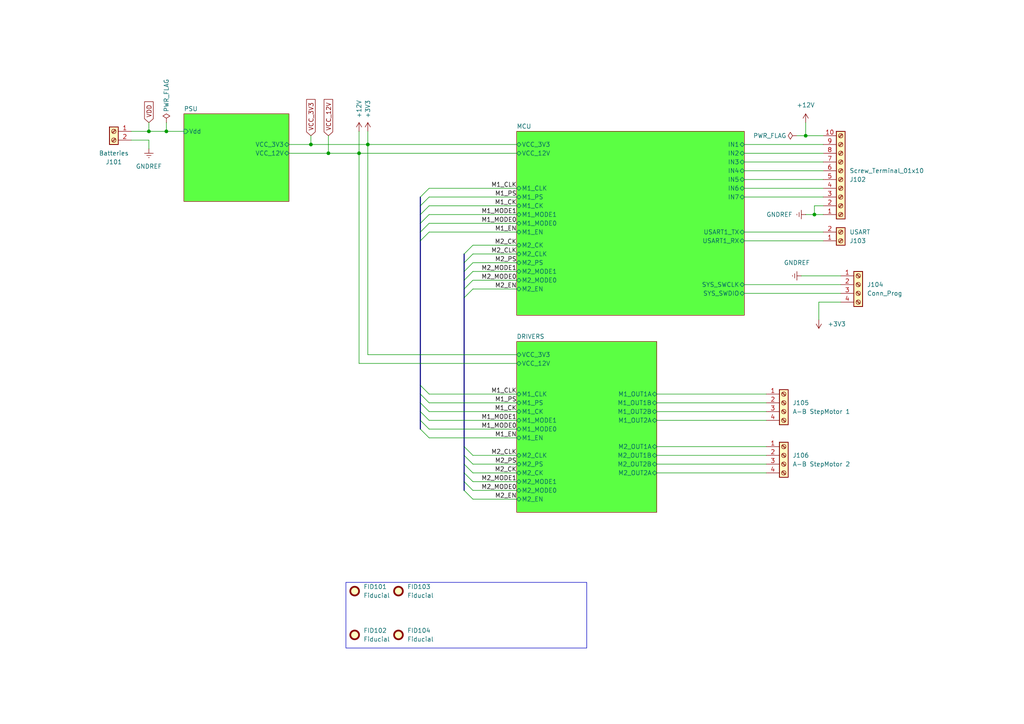
<source format=kicad_sch>
(kicad_sch
	(version 20250114)
	(generator "eeschema")
	(generator_version "9.0")
	(uuid "1d78825e-432c-419e-a5f0-c57f77cfecbe")
	(paper "A4")
	(lib_symbols
		(symbol "Connector:Screw_Terminal_01x02"
			(pin_names
				(offset 1.016)
				(hide yes)
			)
			(exclude_from_sim no)
			(in_bom yes)
			(on_board yes)
			(property "Reference" "J"
				(at 0 2.54 0)
				(effects
					(font
						(size 1.27 1.27)
					)
				)
			)
			(property "Value" "Screw_Terminal_01x02"
				(at 0 -5.08 0)
				(effects
					(font
						(size 1.27 1.27)
					)
				)
			)
			(property "Footprint" ""
				(at 0 0 0)
				(effects
					(font
						(size 1.27 1.27)
					)
					(hide yes)
				)
			)
			(property "Datasheet" "~"
				(at 0 0 0)
				(effects
					(font
						(size 1.27 1.27)
					)
					(hide yes)
				)
			)
			(property "Description" "Generic screw terminal, single row, 01x02, script generated (kicad-library-utils/schlib/autogen/connector/)"
				(at 0 0 0)
				(effects
					(font
						(size 1.27 1.27)
					)
					(hide yes)
				)
			)
			(property "ki_keywords" "screw terminal"
				(at 0 0 0)
				(effects
					(font
						(size 1.27 1.27)
					)
					(hide yes)
				)
			)
			(property "ki_fp_filters" "TerminalBlock*:*"
				(at 0 0 0)
				(effects
					(font
						(size 1.27 1.27)
					)
					(hide yes)
				)
			)
			(symbol "Screw_Terminal_01x02_1_1"
				(rectangle
					(start -1.27 1.27)
					(end 1.27 -3.81)
					(stroke
						(width 0.254)
						(type default)
					)
					(fill
						(type background)
					)
				)
				(polyline
					(pts
						(xy -0.5334 0.3302) (xy 0.3302 -0.508)
					)
					(stroke
						(width 0.1524)
						(type default)
					)
					(fill
						(type none)
					)
				)
				(polyline
					(pts
						(xy -0.5334 -2.2098) (xy 0.3302 -3.048)
					)
					(stroke
						(width 0.1524)
						(type default)
					)
					(fill
						(type none)
					)
				)
				(polyline
					(pts
						(xy -0.3556 0.508) (xy 0.508 -0.3302)
					)
					(stroke
						(width 0.1524)
						(type default)
					)
					(fill
						(type none)
					)
				)
				(polyline
					(pts
						(xy -0.3556 -2.032) (xy 0.508 -2.8702)
					)
					(stroke
						(width 0.1524)
						(type default)
					)
					(fill
						(type none)
					)
				)
				(circle
					(center 0 0)
					(radius 0.635)
					(stroke
						(width 0.1524)
						(type default)
					)
					(fill
						(type none)
					)
				)
				(circle
					(center 0 -2.54)
					(radius 0.635)
					(stroke
						(width 0.1524)
						(type default)
					)
					(fill
						(type none)
					)
				)
				(pin passive line
					(at -5.08 0 0)
					(length 3.81)
					(name "Pin_1"
						(effects
							(font
								(size 1.27 1.27)
							)
						)
					)
					(number "1"
						(effects
							(font
								(size 1.27 1.27)
							)
						)
					)
				)
				(pin passive line
					(at -5.08 -2.54 0)
					(length 3.81)
					(name "Pin_2"
						(effects
							(font
								(size 1.27 1.27)
							)
						)
					)
					(number "2"
						(effects
							(font
								(size 1.27 1.27)
							)
						)
					)
				)
			)
			(embedded_fonts no)
		)
		(symbol "Connector:Screw_Terminal_01x04"
			(pin_names
				(offset 1.016)
				(hide yes)
			)
			(exclude_from_sim no)
			(in_bom yes)
			(on_board yes)
			(property "Reference" "J"
				(at 0 5.08 0)
				(effects
					(font
						(size 1.27 1.27)
					)
				)
			)
			(property "Value" "Screw_Terminal_01x04"
				(at 0 -7.62 0)
				(effects
					(font
						(size 1.27 1.27)
					)
				)
			)
			(property "Footprint" ""
				(at 0 0 0)
				(effects
					(font
						(size 1.27 1.27)
					)
					(hide yes)
				)
			)
			(property "Datasheet" "~"
				(at 0 0 0)
				(effects
					(font
						(size 1.27 1.27)
					)
					(hide yes)
				)
			)
			(property "Description" "Generic screw terminal, single row, 01x04, script generated (kicad-library-utils/schlib/autogen/connector/)"
				(at 0 0 0)
				(effects
					(font
						(size 1.27 1.27)
					)
					(hide yes)
				)
			)
			(property "ki_keywords" "screw terminal"
				(at 0 0 0)
				(effects
					(font
						(size 1.27 1.27)
					)
					(hide yes)
				)
			)
			(property "ki_fp_filters" "TerminalBlock*:*"
				(at 0 0 0)
				(effects
					(font
						(size 1.27 1.27)
					)
					(hide yes)
				)
			)
			(symbol "Screw_Terminal_01x04_1_1"
				(rectangle
					(start -1.27 3.81)
					(end 1.27 -6.35)
					(stroke
						(width 0.254)
						(type default)
					)
					(fill
						(type background)
					)
				)
				(polyline
					(pts
						(xy -0.5334 2.8702) (xy 0.3302 2.032)
					)
					(stroke
						(width 0.1524)
						(type default)
					)
					(fill
						(type none)
					)
				)
				(polyline
					(pts
						(xy -0.5334 0.3302) (xy 0.3302 -0.508)
					)
					(stroke
						(width 0.1524)
						(type default)
					)
					(fill
						(type none)
					)
				)
				(polyline
					(pts
						(xy -0.5334 -2.2098) (xy 0.3302 -3.048)
					)
					(stroke
						(width 0.1524)
						(type default)
					)
					(fill
						(type none)
					)
				)
				(polyline
					(pts
						(xy -0.5334 -4.7498) (xy 0.3302 -5.588)
					)
					(stroke
						(width 0.1524)
						(type default)
					)
					(fill
						(type none)
					)
				)
				(polyline
					(pts
						(xy -0.3556 3.048) (xy 0.508 2.2098)
					)
					(stroke
						(width 0.1524)
						(type default)
					)
					(fill
						(type none)
					)
				)
				(polyline
					(pts
						(xy -0.3556 0.508) (xy 0.508 -0.3302)
					)
					(stroke
						(width 0.1524)
						(type default)
					)
					(fill
						(type none)
					)
				)
				(polyline
					(pts
						(xy -0.3556 -2.032) (xy 0.508 -2.8702)
					)
					(stroke
						(width 0.1524)
						(type default)
					)
					(fill
						(type none)
					)
				)
				(polyline
					(pts
						(xy -0.3556 -4.572) (xy 0.508 -5.4102)
					)
					(stroke
						(width 0.1524)
						(type default)
					)
					(fill
						(type none)
					)
				)
				(circle
					(center 0 2.54)
					(radius 0.635)
					(stroke
						(width 0.1524)
						(type default)
					)
					(fill
						(type none)
					)
				)
				(circle
					(center 0 0)
					(radius 0.635)
					(stroke
						(width 0.1524)
						(type default)
					)
					(fill
						(type none)
					)
				)
				(circle
					(center 0 -2.54)
					(radius 0.635)
					(stroke
						(width 0.1524)
						(type default)
					)
					(fill
						(type none)
					)
				)
				(circle
					(center 0 -5.08)
					(radius 0.635)
					(stroke
						(width 0.1524)
						(type default)
					)
					(fill
						(type none)
					)
				)
				(pin passive line
					(at -5.08 2.54 0)
					(length 3.81)
					(name "Pin_1"
						(effects
							(font
								(size 1.27 1.27)
							)
						)
					)
					(number "1"
						(effects
							(font
								(size 1.27 1.27)
							)
						)
					)
				)
				(pin passive line
					(at -5.08 0 0)
					(length 3.81)
					(name "Pin_2"
						(effects
							(font
								(size 1.27 1.27)
							)
						)
					)
					(number "2"
						(effects
							(font
								(size 1.27 1.27)
							)
						)
					)
				)
				(pin passive line
					(at -5.08 -2.54 0)
					(length 3.81)
					(name "Pin_3"
						(effects
							(font
								(size 1.27 1.27)
							)
						)
					)
					(number "3"
						(effects
							(font
								(size 1.27 1.27)
							)
						)
					)
				)
				(pin passive line
					(at -5.08 -5.08 0)
					(length 3.81)
					(name "Pin_4"
						(effects
							(font
								(size 1.27 1.27)
							)
						)
					)
					(number "4"
						(effects
							(font
								(size 1.27 1.27)
							)
						)
					)
				)
			)
			(embedded_fonts no)
		)
		(symbol "Connector:Screw_Terminal_01x10"
			(pin_names
				(offset 1.016)
				(hide yes)
			)
			(exclude_from_sim no)
			(in_bom yes)
			(on_board yes)
			(property "Reference" "J"
				(at 0 12.7 0)
				(effects
					(font
						(size 1.27 1.27)
					)
				)
			)
			(property "Value" "Screw_Terminal_01x10"
				(at 0 -15.24 0)
				(effects
					(font
						(size 1.27 1.27)
					)
				)
			)
			(property "Footprint" ""
				(at 0 0 0)
				(effects
					(font
						(size 1.27 1.27)
					)
					(hide yes)
				)
			)
			(property "Datasheet" "~"
				(at 0 0 0)
				(effects
					(font
						(size 1.27 1.27)
					)
					(hide yes)
				)
			)
			(property "Description" "Generic screw terminal, single row, 01x10, script generated (kicad-library-utils/schlib/autogen/connector/)"
				(at 0 0 0)
				(effects
					(font
						(size 1.27 1.27)
					)
					(hide yes)
				)
			)
			(property "ki_keywords" "screw terminal"
				(at 0 0 0)
				(effects
					(font
						(size 1.27 1.27)
					)
					(hide yes)
				)
			)
			(property "ki_fp_filters" "TerminalBlock*:*"
				(at 0 0 0)
				(effects
					(font
						(size 1.27 1.27)
					)
					(hide yes)
				)
			)
			(symbol "Screw_Terminal_01x10_1_1"
				(rectangle
					(start -1.27 11.43)
					(end 1.27 -13.97)
					(stroke
						(width 0.254)
						(type default)
					)
					(fill
						(type background)
					)
				)
				(polyline
					(pts
						(xy -0.5334 10.4902) (xy 0.3302 9.652)
					)
					(stroke
						(width 0.1524)
						(type default)
					)
					(fill
						(type none)
					)
				)
				(polyline
					(pts
						(xy -0.5334 7.9502) (xy 0.3302 7.112)
					)
					(stroke
						(width 0.1524)
						(type default)
					)
					(fill
						(type none)
					)
				)
				(polyline
					(pts
						(xy -0.5334 5.4102) (xy 0.3302 4.572)
					)
					(stroke
						(width 0.1524)
						(type default)
					)
					(fill
						(type none)
					)
				)
				(polyline
					(pts
						(xy -0.5334 2.8702) (xy 0.3302 2.032)
					)
					(stroke
						(width 0.1524)
						(type default)
					)
					(fill
						(type none)
					)
				)
				(polyline
					(pts
						(xy -0.5334 0.3302) (xy 0.3302 -0.508)
					)
					(stroke
						(width 0.1524)
						(type default)
					)
					(fill
						(type none)
					)
				)
				(polyline
					(pts
						(xy -0.5334 -2.2098) (xy 0.3302 -3.048)
					)
					(stroke
						(width 0.1524)
						(type default)
					)
					(fill
						(type none)
					)
				)
				(polyline
					(pts
						(xy -0.5334 -4.7498) (xy 0.3302 -5.588)
					)
					(stroke
						(width 0.1524)
						(type default)
					)
					(fill
						(type none)
					)
				)
				(polyline
					(pts
						(xy -0.5334 -7.2898) (xy 0.3302 -8.128)
					)
					(stroke
						(width 0.1524)
						(type default)
					)
					(fill
						(type none)
					)
				)
				(polyline
					(pts
						(xy -0.5334 -9.8298) (xy 0.3302 -10.668)
					)
					(stroke
						(width 0.1524)
						(type default)
					)
					(fill
						(type none)
					)
				)
				(polyline
					(pts
						(xy -0.5334 -12.3698) (xy 0.3302 -13.208)
					)
					(stroke
						(width 0.1524)
						(type default)
					)
					(fill
						(type none)
					)
				)
				(polyline
					(pts
						(xy -0.3556 10.668) (xy 0.508 9.8298)
					)
					(stroke
						(width 0.1524)
						(type default)
					)
					(fill
						(type none)
					)
				)
				(polyline
					(pts
						(xy -0.3556 8.128) (xy 0.508 7.2898)
					)
					(stroke
						(width 0.1524)
						(type default)
					)
					(fill
						(type none)
					)
				)
				(polyline
					(pts
						(xy -0.3556 5.588) (xy 0.508 4.7498)
					)
					(stroke
						(width 0.1524)
						(type default)
					)
					(fill
						(type none)
					)
				)
				(polyline
					(pts
						(xy -0.3556 3.048) (xy 0.508 2.2098)
					)
					(stroke
						(width 0.1524)
						(type default)
					)
					(fill
						(type none)
					)
				)
				(polyline
					(pts
						(xy -0.3556 0.508) (xy 0.508 -0.3302)
					)
					(stroke
						(width 0.1524)
						(type default)
					)
					(fill
						(type none)
					)
				)
				(polyline
					(pts
						(xy -0.3556 -2.032) (xy 0.508 -2.8702)
					)
					(stroke
						(width 0.1524)
						(type default)
					)
					(fill
						(type none)
					)
				)
				(polyline
					(pts
						(xy -0.3556 -4.572) (xy 0.508 -5.4102)
					)
					(stroke
						(width 0.1524)
						(type default)
					)
					(fill
						(type none)
					)
				)
				(polyline
					(pts
						(xy -0.3556 -7.112) (xy 0.508 -7.9502)
					)
					(stroke
						(width 0.1524)
						(type default)
					)
					(fill
						(type none)
					)
				)
				(polyline
					(pts
						(xy -0.3556 -9.652) (xy 0.508 -10.4902)
					)
					(stroke
						(width 0.1524)
						(type default)
					)
					(fill
						(type none)
					)
				)
				(polyline
					(pts
						(xy -0.3556 -12.192) (xy 0.508 -13.0302)
					)
					(stroke
						(width 0.1524)
						(type default)
					)
					(fill
						(type none)
					)
				)
				(circle
					(center 0 10.16)
					(radius 0.635)
					(stroke
						(width 0.1524)
						(type default)
					)
					(fill
						(type none)
					)
				)
				(circle
					(center 0 7.62)
					(radius 0.635)
					(stroke
						(width 0.1524)
						(type default)
					)
					(fill
						(type none)
					)
				)
				(circle
					(center 0 5.08)
					(radius 0.635)
					(stroke
						(width 0.1524)
						(type default)
					)
					(fill
						(type none)
					)
				)
				(circle
					(center 0 2.54)
					(radius 0.635)
					(stroke
						(width 0.1524)
						(type default)
					)
					(fill
						(type none)
					)
				)
				(circle
					(center 0 0)
					(radius 0.635)
					(stroke
						(width 0.1524)
						(type default)
					)
					(fill
						(type none)
					)
				)
				(circle
					(center 0 -2.54)
					(radius 0.635)
					(stroke
						(width 0.1524)
						(type default)
					)
					(fill
						(type none)
					)
				)
				(circle
					(center 0 -5.08)
					(radius 0.635)
					(stroke
						(width 0.1524)
						(type default)
					)
					(fill
						(type none)
					)
				)
				(circle
					(center 0 -7.62)
					(radius 0.635)
					(stroke
						(width 0.1524)
						(type default)
					)
					(fill
						(type none)
					)
				)
				(circle
					(center 0 -10.16)
					(radius 0.635)
					(stroke
						(width 0.1524)
						(type default)
					)
					(fill
						(type none)
					)
				)
				(circle
					(center 0 -12.7)
					(radius 0.635)
					(stroke
						(width 0.1524)
						(type default)
					)
					(fill
						(type none)
					)
				)
				(pin passive line
					(at -5.08 10.16 0)
					(length 3.81)
					(name "Pin_1"
						(effects
							(font
								(size 1.27 1.27)
							)
						)
					)
					(number "1"
						(effects
							(font
								(size 1.27 1.27)
							)
						)
					)
				)
				(pin passive line
					(at -5.08 7.62 0)
					(length 3.81)
					(name "Pin_2"
						(effects
							(font
								(size 1.27 1.27)
							)
						)
					)
					(number "2"
						(effects
							(font
								(size 1.27 1.27)
							)
						)
					)
				)
				(pin passive line
					(at -5.08 5.08 0)
					(length 3.81)
					(name "Pin_3"
						(effects
							(font
								(size 1.27 1.27)
							)
						)
					)
					(number "3"
						(effects
							(font
								(size 1.27 1.27)
							)
						)
					)
				)
				(pin passive line
					(at -5.08 2.54 0)
					(length 3.81)
					(name "Pin_4"
						(effects
							(font
								(size 1.27 1.27)
							)
						)
					)
					(number "4"
						(effects
							(font
								(size 1.27 1.27)
							)
						)
					)
				)
				(pin passive line
					(at -5.08 0 0)
					(length 3.81)
					(name "Pin_5"
						(effects
							(font
								(size 1.27 1.27)
							)
						)
					)
					(number "5"
						(effects
							(font
								(size 1.27 1.27)
							)
						)
					)
				)
				(pin passive line
					(at -5.08 -2.54 0)
					(length 3.81)
					(name "Pin_6"
						(effects
							(font
								(size 1.27 1.27)
							)
						)
					)
					(number "6"
						(effects
							(font
								(size 1.27 1.27)
							)
						)
					)
				)
				(pin passive line
					(at -5.08 -5.08 0)
					(length 3.81)
					(name "Pin_7"
						(effects
							(font
								(size 1.27 1.27)
							)
						)
					)
					(number "7"
						(effects
							(font
								(size 1.27 1.27)
							)
						)
					)
				)
				(pin passive line
					(at -5.08 -7.62 0)
					(length 3.81)
					(name "Pin_8"
						(effects
							(font
								(size 1.27 1.27)
							)
						)
					)
					(number "8"
						(effects
							(font
								(size 1.27 1.27)
							)
						)
					)
				)
				(pin passive line
					(at -5.08 -10.16 0)
					(length 3.81)
					(name "Pin_9"
						(effects
							(font
								(size 1.27 1.27)
							)
						)
					)
					(number "9"
						(effects
							(font
								(size 1.27 1.27)
							)
						)
					)
				)
				(pin passive line
					(at -5.08 -12.7 0)
					(length 3.81)
					(name "Pin_10"
						(effects
							(font
								(size 1.27 1.27)
							)
						)
					)
					(number "10"
						(effects
							(font
								(size 1.27 1.27)
							)
						)
					)
				)
			)
			(embedded_fonts no)
		)
		(symbol "Mechanical:Fiducial"
			(exclude_from_sim no)
			(in_bom no)
			(on_board yes)
			(property "Reference" "FID"
				(at 0 5.08 0)
				(effects
					(font
						(size 1.27 1.27)
					)
				)
			)
			(property "Value" "Fiducial"
				(at 0 3.175 0)
				(effects
					(font
						(size 1.27 1.27)
					)
				)
			)
			(property "Footprint" ""
				(at 0 0 0)
				(effects
					(font
						(size 1.27 1.27)
					)
					(hide yes)
				)
			)
			(property "Datasheet" "~"
				(at 0 0 0)
				(effects
					(font
						(size 1.27 1.27)
					)
					(hide yes)
				)
			)
			(property "Description" "Fiducial Marker"
				(at 0 0 0)
				(effects
					(font
						(size 1.27 1.27)
					)
					(hide yes)
				)
			)
			(property "ki_keywords" "fiducial marker"
				(at 0 0 0)
				(effects
					(font
						(size 1.27 1.27)
					)
					(hide yes)
				)
			)
			(property "ki_fp_filters" "Fiducial*"
				(at 0 0 0)
				(effects
					(font
						(size 1.27 1.27)
					)
					(hide yes)
				)
			)
			(symbol "Fiducial_0_1"
				(circle
					(center 0 0)
					(radius 1.27)
					(stroke
						(width 0.508)
						(type default)
					)
					(fill
						(type background)
					)
				)
			)
			(embedded_fonts no)
		)
		(symbol "power:+24V"
			(power)
			(pin_numbers
				(hide yes)
			)
			(pin_names
				(offset 0)
				(hide yes)
			)
			(exclude_from_sim no)
			(in_bom yes)
			(on_board yes)
			(property "Reference" "#PWR"
				(at 0 -3.81 0)
				(effects
					(font
						(size 1.27 1.27)
					)
					(hide yes)
				)
			)
			(property "Value" "+24V"
				(at 0 3.556 0)
				(effects
					(font
						(size 1.27 1.27)
					)
				)
			)
			(property "Footprint" ""
				(at 0 0 0)
				(effects
					(font
						(size 1.27 1.27)
					)
					(hide yes)
				)
			)
			(property "Datasheet" ""
				(at 0 0 0)
				(effects
					(font
						(size 1.27 1.27)
					)
					(hide yes)
				)
			)
			(property "Description" "Power symbol creates a global label with name \"+24V\""
				(at 0 0 0)
				(effects
					(font
						(size 1.27 1.27)
					)
					(hide yes)
				)
			)
			(property "ki_keywords" "global power"
				(at 0 0 0)
				(effects
					(font
						(size 1.27 1.27)
					)
					(hide yes)
				)
			)
			(symbol "+24V_0_1"
				(polyline
					(pts
						(xy -0.762 1.27) (xy 0 2.54)
					)
					(stroke
						(width 0)
						(type default)
					)
					(fill
						(type none)
					)
				)
				(polyline
					(pts
						(xy 0 2.54) (xy 0.762 1.27)
					)
					(stroke
						(width 0)
						(type default)
					)
					(fill
						(type none)
					)
				)
				(polyline
					(pts
						(xy 0 0) (xy 0 2.54)
					)
					(stroke
						(width 0)
						(type default)
					)
					(fill
						(type none)
					)
				)
			)
			(symbol "+24V_1_1"
				(pin power_in line
					(at 0 0 90)
					(length 0)
					(name "~"
						(effects
							(font
								(size 1.27 1.27)
							)
						)
					)
					(number "1"
						(effects
							(font
								(size 1.27 1.27)
							)
						)
					)
				)
			)
			(embedded_fonts no)
		)
		(symbol "power:+3V3"
			(power)
			(pin_numbers
				(hide yes)
			)
			(pin_names
				(offset 0)
				(hide yes)
			)
			(exclude_from_sim no)
			(in_bom yes)
			(on_board yes)
			(property "Reference" "#PWR"
				(at 0 -3.81 0)
				(effects
					(font
						(size 1.27 1.27)
					)
					(hide yes)
				)
			)
			(property "Value" "+3V3"
				(at 0 3.556 0)
				(effects
					(font
						(size 1.27 1.27)
					)
				)
			)
			(property "Footprint" ""
				(at 0 0 0)
				(effects
					(font
						(size 1.27 1.27)
					)
					(hide yes)
				)
			)
			(property "Datasheet" ""
				(at 0 0 0)
				(effects
					(font
						(size 1.27 1.27)
					)
					(hide yes)
				)
			)
			(property "Description" "Power symbol creates a global label with name \"+3V3\""
				(at 0 0 0)
				(effects
					(font
						(size 1.27 1.27)
					)
					(hide yes)
				)
			)
			(property "ki_keywords" "global power"
				(at 0 0 0)
				(effects
					(font
						(size 1.27 1.27)
					)
					(hide yes)
				)
			)
			(symbol "+3V3_0_1"
				(polyline
					(pts
						(xy -0.762 1.27) (xy 0 2.54)
					)
					(stroke
						(width 0)
						(type default)
					)
					(fill
						(type none)
					)
				)
				(polyline
					(pts
						(xy 0 2.54) (xy 0.762 1.27)
					)
					(stroke
						(width 0)
						(type default)
					)
					(fill
						(type none)
					)
				)
				(polyline
					(pts
						(xy 0 0) (xy 0 2.54)
					)
					(stroke
						(width 0)
						(type default)
					)
					(fill
						(type none)
					)
				)
			)
			(symbol "+3V3_1_1"
				(pin power_in line
					(at 0 0 90)
					(length 0)
					(name "~"
						(effects
							(font
								(size 1.27 1.27)
							)
						)
					)
					(number "1"
						(effects
							(font
								(size 1.27 1.27)
							)
						)
					)
				)
			)
			(embedded_fonts no)
		)
		(symbol "power:GNDREF"
			(power)
			(pin_numbers
				(hide yes)
			)
			(pin_names
				(offset 0)
				(hide yes)
			)
			(exclude_from_sim no)
			(in_bom yes)
			(on_board yes)
			(property "Reference" "#PWR"
				(at 0 -6.35 0)
				(effects
					(font
						(size 1.27 1.27)
					)
					(hide yes)
				)
			)
			(property "Value" "GNDREF"
				(at 0 -3.81 0)
				(effects
					(font
						(size 1.27 1.27)
					)
				)
			)
			(property "Footprint" ""
				(at 0 0 0)
				(effects
					(font
						(size 1.27 1.27)
					)
					(hide yes)
				)
			)
			(property "Datasheet" ""
				(at 0 0 0)
				(effects
					(font
						(size 1.27 1.27)
					)
					(hide yes)
				)
			)
			(property "Description" "Power symbol creates a global label with name \"GNDREF\" , reference supply ground"
				(at 0 0 0)
				(effects
					(font
						(size 1.27 1.27)
					)
					(hide yes)
				)
			)
			(property "ki_keywords" "global power"
				(at 0 0 0)
				(effects
					(font
						(size 1.27 1.27)
					)
					(hide yes)
				)
			)
			(symbol "GNDREF_0_1"
				(polyline
					(pts
						(xy -0.635 -1.905) (xy 0.635 -1.905)
					)
					(stroke
						(width 0)
						(type default)
					)
					(fill
						(type none)
					)
				)
				(polyline
					(pts
						(xy -0.127 -2.54) (xy 0.127 -2.54)
					)
					(stroke
						(width 0)
						(type default)
					)
					(fill
						(type none)
					)
				)
				(polyline
					(pts
						(xy 0 -1.27) (xy 0 0)
					)
					(stroke
						(width 0)
						(type default)
					)
					(fill
						(type none)
					)
				)
				(polyline
					(pts
						(xy 1.27 -1.27) (xy -1.27 -1.27)
					)
					(stroke
						(width 0)
						(type default)
					)
					(fill
						(type none)
					)
				)
			)
			(symbol "GNDREF_1_1"
				(pin power_in line
					(at 0 0 270)
					(length 0)
					(name "~"
						(effects
							(font
								(size 1.27 1.27)
							)
						)
					)
					(number "1"
						(effects
							(font
								(size 1.27 1.27)
							)
						)
					)
				)
			)
			(embedded_fonts no)
		)
		(symbol "power:PWR_FLAG"
			(power)
			(pin_numbers
				(hide yes)
			)
			(pin_names
				(offset 0)
				(hide yes)
			)
			(exclude_from_sim no)
			(in_bom yes)
			(on_board yes)
			(property "Reference" "#FLG"
				(at 0 1.905 0)
				(effects
					(font
						(size 1.27 1.27)
					)
					(hide yes)
				)
			)
			(property "Value" "PWR_FLAG"
				(at 0 3.81 0)
				(effects
					(font
						(size 1.27 1.27)
					)
				)
			)
			(property "Footprint" ""
				(at 0 0 0)
				(effects
					(font
						(size 1.27 1.27)
					)
					(hide yes)
				)
			)
			(property "Datasheet" "~"
				(at 0 0 0)
				(effects
					(font
						(size 1.27 1.27)
					)
					(hide yes)
				)
			)
			(property "Description" "Special symbol for telling ERC where power comes from"
				(at 0 0 0)
				(effects
					(font
						(size 1.27 1.27)
					)
					(hide yes)
				)
			)
			(property "ki_keywords" "flag power"
				(at 0 0 0)
				(effects
					(font
						(size 1.27 1.27)
					)
					(hide yes)
				)
			)
			(symbol "PWR_FLAG_0_0"
				(pin power_out line
					(at 0 0 90)
					(length 0)
					(name "~"
						(effects
							(font
								(size 1.27 1.27)
							)
						)
					)
					(number "1"
						(effects
							(font
								(size 1.27 1.27)
							)
						)
					)
				)
			)
			(symbol "PWR_FLAG_0_1"
				(polyline
					(pts
						(xy 0 0) (xy 0 1.27) (xy -1.016 1.905) (xy 0 2.54) (xy 1.016 1.905) (xy 0 1.27)
					)
					(stroke
						(width 0)
						(type default)
					)
					(fill
						(type none)
					)
				)
			)
			(embedded_fonts no)
		)
	)
	(rectangle
		(start 100.33 168.91)
		(end 170.18 187.96)
		(stroke
			(width 0)
			(type default)
		)
		(fill
			(type none)
		)
		(uuid c3cf5c5b-9853-4d6d-bd4d-425a08a7ebc4)
	)
	(junction
		(at 90.17 41.91)
		(diameter 0)
		(color 0 0 0 0)
		(uuid "6a6f2672-8be2-4ab8-abcb-71a6adf88d42")
	)
	(junction
		(at 48.26 38.1)
		(diameter 0)
		(color 0 0 0 0)
		(uuid "6c8929f8-c307-46bf-83b9-11dbdc70677a")
	)
	(junction
		(at 104.14 44.45)
		(diameter 0)
		(color 0 0 0 0)
		(uuid "a39f1ab1-4a49-48c9-a93d-895abaac8fa5")
	)
	(junction
		(at 106.68 41.91)
		(diameter 0)
		(color 0 0 0 0)
		(uuid "bb67d990-9e3b-484a-976c-c7ccc8fe1847")
	)
	(junction
		(at 236.22 62.23)
		(diameter 0)
		(color 0 0 0 0)
		(uuid "c6c02a26-e575-46f9-9746-4f4c6b894c88")
	)
	(junction
		(at 95.25 44.45)
		(diameter 0)
		(color 0 0 0 0)
		(uuid "dcb965f3-905c-41f0-b34b-dd5f0ae36ee8")
	)
	(junction
		(at 233.68 39.37)
		(diameter 0)
		(color 0 0 0 0)
		(uuid "e435c100-40f0-460c-8b5a-5a47ec572d72")
	)
	(junction
		(at 43.18 38.1)
		(diameter 0)
		(color 0 0 0 0)
		(uuid "ed1a5232-e4b4-4a5b-9a96-b9eba4eebd16")
	)
	(bus_entry
		(at 124.46 64.77)
		(size -2.54 2.54)
		(stroke
			(width 0)
			(type default)
		)
		(uuid "15fc82f8-2e3a-47a1-bc55-60148b323178")
	)
	(bus_entry
		(at 134.62 129.54)
		(size 2.54 2.54)
		(stroke
			(width 0)
			(type default)
		)
		(uuid "19aefb0b-46cf-42f3-8dea-73fe7c0b9aa2")
	)
	(bus_entry
		(at 134.62 142.24)
		(size 2.54 2.54)
		(stroke
			(width 0)
			(type default)
		)
		(uuid "2326304e-453e-47db-9fac-207fa6c9f826")
	)
	(bus_entry
		(at 137.16 73.66)
		(size -2.54 2.54)
		(stroke
			(width 0)
			(type default)
		)
		(uuid "3710bbd6-bfbc-4944-afd1-db965d605510")
	)
	(bus_entry
		(at 134.62 139.7)
		(size 2.54 2.54)
		(stroke
			(width 0)
			(type default)
		)
		(uuid "38e1a631-a959-4ab3-b294-71e81653055e")
	)
	(bus_entry
		(at 137.16 83.82)
		(size -2.54 2.54)
		(stroke
			(width 0)
			(type default)
		)
		(uuid "3ae751cd-6712-4727-8e23-c4d49590f53b")
	)
	(bus_entry
		(at 121.92 111.76)
		(size 2.54 2.54)
		(stroke
			(width 0)
			(type default)
		)
		(uuid "3b862379-e594-4970-910b-5657d4b1277d")
	)
	(bus_entry
		(at 137.16 76.2)
		(size -2.54 2.54)
		(stroke
			(width 0)
			(type default)
		)
		(uuid "55a18e7f-89ab-48a8-9927-37514798ac44")
	)
	(bus_entry
		(at 124.46 67.31)
		(size -2.54 2.54)
		(stroke
			(width 0)
			(type default)
		)
		(uuid "58c655ca-8e92-4c27-bfe7-38dcef14dc9e")
	)
	(bus_entry
		(at 134.62 132.08)
		(size 2.54 2.54)
		(stroke
			(width 0)
			(type default)
		)
		(uuid "6c864e19-f868-4618-8a7d-47f4f4f5538f")
	)
	(bus_entry
		(at 121.92 124.46)
		(size 2.54 2.54)
		(stroke
			(width 0)
			(type default)
		)
		(uuid "79cfa2cc-3d9b-4e2f-b448-c9b890623f73")
	)
	(bus_entry
		(at 124.46 54.61)
		(size -2.54 2.54)
		(stroke
			(width 0)
			(type default)
		)
		(uuid "917a0d0a-c1fd-4cd6-ad6c-82988c48fe40")
	)
	(bus_entry
		(at 137.16 78.74)
		(size -2.54 2.54)
		(stroke
			(width 0)
			(type default)
		)
		(uuid "958cd39d-c2d9-41c9-9f72-31c1aac347fa")
	)
	(bus_entry
		(at 134.62 134.62)
		(size 2.54 2.54)
		(stroke
			(width 0)
			(type default)
		)
		(uuid "9af27772-6fe8-4972-9db8-5e6541015e65")
	)
	(bus_entry
		(at 124.46 62.23)
		(size -2.54 2.54)
		(stroke
			(width 0)
			(type default)
		)
		(uuid "9ceda8e9-dbd2-4b7c-813f-aed932c6639c")
	)
	(bus_entry
		(at 121.92 119.38)
		(size 2.54 2.54)
		(stroke
			(width 0)
			(type default)
		)
		(uuid "9e20d972-45c2-4f83-86b1-1e1956165566")
	)
	(bus_entry
		(at 124.46 59.69)
		(size -2.54 2.54)
		(stroke
			(width 0)
			(type default)
		)
		(uuid "a700fdd9-d9c2-425d-9b45-d1b4c9401816")
	)
	(bus_entry
		(at 137.16 81.28)
		(size -2.54 2.54)
		(stroke
			(width 0)
			(type default)
		)
		(uuid "ddfcca30-ef27-4b1c-a353-4912bd8ab66e")
	)
	(bus_entry
		(at 121.92 116.84)
		(size 2.54 2.54)
		(stroke
			(width 0)
			(type default)
		)
		(uuid "e81253b9-292f-4e5f-9435-45a881d1f057")
	)
	(bus_entry
		(at 121.92 114.3)
		(size 2.54 2.54)
		(stroke
			(width 0)
			(type default)
		)
		(uuid "eaaaa696-3e6d-4ef9-b9c7-1399d3d5d078")
	)
	(bus_entry
		(at 121.92 121.92)
		(size 2.54 2.54)
		(stroke
			(width 0)
			(type default)
		)
		(uuid "f496004b-c6bb-4306-a340-7e22a76957f6")
	)
	(bus_entry
		(at 137.16 71.12)
		(size -2.54 2.54)
		(stroke
			(width 0)
			(type default)
		)
		(uuid "f7753fd0-d9fb-431d-86e7-77bbd2086f9e")
	)
	(bus_entry
		(at 124.46 57.15)
		(size -2.54 2.54)
		(stroke
			(width 0)
			(type default)
		)
		(uuid "f88618d1-3669-4b27-b95b-dbd3d4f8a02a")
	)
	(bus_entry
		(at 134.62 137.16)
		(size 2.54 2.54)
		(stroke
			(width 0)
			(type default)
		)
		(uuid "f8ed1bcc-250b-46ab-a7fe-ebbb148dc7f6")
	)
	(wire
		(pts
			(xy 215.9 49.53) (xy 238.76 49.53)
		)
		(stroke
			(width 0)
			(type default)
		)
		(uuid "05ba8e52-a488-48d0-9556-2b58780283f1")
	)
	(wire
		(pts
			(xy 137.16 134.62) (xy 149.86 134.62)
		)
		(stroke
			(width 0)
			(type default)
		)
		(uuid "0673890c-820c-405e-b063-4ab2aa06f888")
	)
	(wire
		(pts
			(xy 233.68 39.37) (xy 238.76 39.37)
		)
		(stroke
			(width 0)
			(type default)
		)
		(uuid "07077341-14f9-4071-80d4-ac3d72e82fb7")
	)
	(wire
		(pts
			(xy 124.46 59.69) (xy 149.86 59.69)
		)
		(stroke
			(width 0)
			(type default)
		)
		(uuid "0a1f1a2f-24f8-41e9-aa92-df5106b724a1")
	)
	(wire
		(pts
			(xy 215.9 67.31) (xy 238.76 67.31)
		)
		(stroke
			(width 0)
			(type default)
		)
		(uuid "0f68ba58-0a4c-4933-aba3-1ce497fe23f5")
	)
	(wire
		(pts
			(xy 190.5 129.54) (xy 222.25 129.54)
		)
		(stroke
			(width 0)
			(type default)
		)
		(uuid "175c83db-b6ea-4189-9a9f-86f61babf789")
	)
	(bus
		(pts
			(xy 121.92 59.69) (xy 121.92 62.23)
		)
		(stroke
			(width 0)
			(type default)
		)
		(uuid "18f6e84b-8983-4f51-8825-ecd1a96eb8bd")
	)
	(wire
		(pts
			(xy 83.82 44.45) (xy 95.25 44.45)
		)
		(stroke
			(width 0)
			(type default)
		)
		(uuid "1aa2e549-a161-4d0b-a0b1-7231acfedc2d")
	)
	(wire
		(pts
			(xy 236.22 62.23) (xy 238.76 62.23)
		)
		(stroke
			(width 0)
			(type default)
		)
		(uuid "1c825d72-8b72-42c2-b529-8d91a41e58a8")
	)
	(bus
		(pts
			(xy 121.92 119.38) (xy 121.92 121.92)
		)
		(stroke
			(width 0)
			(type default)
		)
		(uuid "1f700121-9864-408c-9016-314c21787510")
	)
	(wire
		(pts
			(xy 43.18 40.64) (xy 43.18 43.18)
		)
		(stroke
			(width 0)
			(type default)
		)
		(uuid "21c74e4e-6de3-4b18-9b91-f8827410b192")
	)
	(wire
		(pts
			(xy 124.46 116.84) (xy 149.86 116.84)
		)
		(stroke
			(width 0)
			(type default)
		)
		(uuid "2272daae-74d3-4c8f-bfcd-b802ae18f880")
	)
	(wire
		(pts
			(xy 83.82 41.91) (xy 90.17 41.91)
		)
		(stroke
			(width 0)
			(type default)
		)
		(uuid "26e29398-d331-491d-818e-34b85fa77fba")
	)
	(wire
		(pts
			(xy 137.16 137.16) (xy 149.86 137.16)
		)
		(stroke
			(width 0)
			(type default)
		)
		(uuid "31fa6b94-3acd-4480-a6eb-067c04d804e2")
	)
	(wire
		(pts
			(xy 95.25 44.45) (xy 104.14 44.45)
		)
		(stroke
			(width 0)
			(type default)
		)
		(uuid "34c2e28a-ba8b-40a3-9f7f-88f221e59e77")
	)
	(wire
		(pts
			(xy 243.84 87.63) (xy 237.49 87.63)
		)
		(stroke
			(width 0)
			(type default)
		)
		(uuid "3ef79179-83e7-4519-bba1-76cae5fca6fe")
	)
	(bus
		(pts
			(xy 134.62 139.7) (xy 134.62 142.24)
		)
		(stroke
			(width 0)
			(type default)
		)
		(uuid "45485d95-ec2e-453c-9b08-e71f3632bab8")
	)
	(bus
		(pts
			(xy 121.92 114.3) (xy 121.92 116.84)
		)
		(stroke
			(width 0)
			(type default)
		)
		(uuid "455a1f9e-9ab1-4319-b7f3-d47b765922f4")
	)
	(wire
		(pts
			(xy 104.14 105.41) (xy 104.14 44.45)
		)
		(stroke
			(width 0)
			(type default)
		)
		(uuid "4a4d4611-396f-471a-ad3c-55ea1004f782")
	)
	(bus
		(pts
			(xy 134.62 132.08) (xy 134.62 134.62)
		)
		(stroke
			(width 0)
			(type default)
		)
		(uuid "4e3fb344-f09e-4a28-bcc6-d6e99984028f")
	)
	(wire
		(pts
			(xy 124.46 119.38) (xy 149.86 119.38)
		)
		(stroke
			(width 0)
			(type default)
		)
		(uuid "4fc5b942-7fc1-42f6-a2b3-287e9c0e0c74")
	)
	(bus
		(pts
			(xy 121.92 57.15) (xy 121.92 59.69)
		)
		(stroke
			(width 0)
			(type default)
		)
		(uuid "500075cc-da70-46a1-8706-5f253946d3f3")
	)
	(wire
		(pts
			(xy 233.68 35.56) (xy 233.68 39.37)
		)
		(stroke
			(width 0)
			(type default)
		)
		(uuid "509a030c-b62f-48e8-8c17-a945f40c92af")
	)
	(wire
		(pts
			(xy 38.1 40.64) (xy 43.18 40.64)
		)
		(stroke
			(width 0)
			(type default)
		)
		(uuid "55c8382d-4083-43d7-b93f-2838f519b143")
	)
	(wire
		(pts
			(xy 124.46 57.15) (xy 149.86 57.15)
		)
		(stroke
			(width 0)
			(type default)
		)
		(uuid "5a31783c-afbc-41ec-ad00-ea2553d95c26")
	)
	(wire
		(pts
			(xy 90.17 41.91) (xy 106.68 41.91)
		)
		(stroke
			(width 0)
			(type default)
		)
		(uuid "5ce4e52d-76fd-49da-a6d7-7648ee8e1719")
	)
	(bus
		(pts
			(xy 134.62 76.2) (xy 134.62 78.74)
		)
		(stroke
			(width 0)
			(type default)
		)
		(uuid "5dd59fa7-8c33-4cb8-a26a-d94b6b634dbd")
	)
	(wire
		(pts
			(xy 190.5 121.92) (xy 222.25 121.92)
		)
		(stroke
			(width 0)
			(type default)
		)
		(uuid "655a3299-d456-45d5-b9e0-8d708d042cb9")
	)
	(wire
		(pts
			(xy 106.68 38.1) (xy 106.68 41.91)
		)
		(stroke
			(width 0)
			(type default)
		)
		(uuid "68431206-eafa-45bf-a79a-04f61da672da")
	)
	(wire
		(pts
			(xy 190.5 132.08) (xy 222.25 132.08)
		)
		(stroke
			(width 0)
			(type default)
		)
		(uuid "68cf3e0a-87d6-47c9-b738-d0289965c065")
	)
	(wire
		(pts
			(xy 137.16 142.24) (xy 149.86 142.24)
		)
		(stroke
			(width 0)
			(type default)
		)
		(uuid "6bdceda3-d455-4da1-90fc-3f9ee17cfe28")
	)
	(wire
		(pts
			(xy 137.16 76.2) (xy 149.86 76.2)
		)
		(stroke
			(width 0)
			(type default)
		)
		(uuid "6c006cf1-3a97-4034-b047-83ded5389d4f")
	)
	(wire
		(pts
			(xy 215.9 57.15) (xy 238.76 57.15)
		)
		(stroke
			(width 0)
			(type default)
		)
		(uuid "6c773d41-6b76-40e1-8d4f-74d43194d257")
	)
	(bus
		(pts
			(xy 121.92 121.92) (xy 121.92 124.46)
		)
		(stroke
			(width 0)
			(type default)
		)
		(uuid "6df9df36-d09f-4a91-aac5-ba8f7ee4c78d")
	)
	(wire
		(pts
			(xy 215.9 82.55) (xy 243.84 82.55)
		)
		(stroke
			(width 0)
			(type default)
		)
		(uuid "6e06a91e-af72-4bc5-8c87-a257404a9e32")
	)
	(bus
		(pts
			(xy 134.62 81.28) (xy 134.62 83.82)
		)
		(stroke
			(width 0)
			(type default)
		)
		(uuid "6e0b7034-0ef4-4e59-8647-12d12432f1a8")
	)
	(wire
		(pts
			(xy 124.46 124.46) (xy 149.86 124.46)
		)
		(stroke
			(width 0)
			(type default)
		)
		(uuid "7006475f-c2e0-4791-a3ae-7e6d5fcffa63")
	)
	(bus
		(pts
			(xy 121.92 67.31) (xy 121.92 69.85)
		)
		(stroke
			(width 0)
			(type default)
		)
		(uuid "72385050-58bc-4b0e-a75b-ae306f36456f")
	)
	(wire
		(pts
			(xy 124.46 127) (xy 149.86 127)
		)
		(stroke
			(width 0)
			(type default)
		)
		(uuid "7b36ca97-00eb-4778-86a8-22ac009350e7")
	)
	(wire
		(pts
			(xy 48.26 35.56) (xy 48.26 38.1)
		)
		(stroke
			(width 0)
			(type default)
		)
		(uuid "7dccb0f9-8d41-4f91-b865-2b7f126951bf")
	)
	(wire
		(pts
			(xy 236.22 59.69) (xy 238.76 59.69)
		)
		(stroke
			(width 0)
			(type default)
		)
		(uuid "81b22bab-133b-4447-89cf-389ca16c5d21")
	)
	(wire
		(pts
			(xy 149.86 105.41) (xy 104.14 105.41)
		)
		(stroke
			(width 0)
			(type default)
		)
		(uuid "86966203-8e79-46cd-a004-59b2014459b6")
	)
	(bus
		(pts
			(xy 134.62 137.16) (xy 134.62 139.7)
		)
		(stroke
			(width 0)
			(type default)
		)
		(uuid "928e03d6-d762-4ede-a8f8-aabe5a275d20")
	)
	(bus
		(pts
			(xy 134.62 73.66) (xy 134.62 76.2)
		)
		(stroke
			(width 0)
			(type default)
		)
		(uuid "985465b6-da4f-497b-abf6-f14474ee5b3f")
	)
	(wire
		(pts
			(xy 232.41 80.01) (xy 243.84 80.01)
		)
		(stroke
			(width 0)
			(type default)
		)
		(uuid "9aab3e50-7d5d-4cf2-949a-a697dd48d36b")
	)
	(bus
		(pts
			(xy 121.92 111.76) (xy 121.92 114.3)
		)
		(stroke
			(width 0)
			(type default)
		)
		(uuid "9b60f942-518f-4e6a-8f76-3cde057f96d3")
	)
	(wire
		(pts
			(xy 43.18 38.1) (xy 48.26 38.1)
		)
		(stroke
			(width 0)
			(type default)
		)
		(uuid "9ddd067d-4d81-44eb-b17e-0c5621c97ff0")
	)
	(wire
		(pts
			(xy 190.5 137.16) (xy 222.25 137.16)
		)
		(stroke
			(width 0)
			(type default)
		)
		(uuid "9df3977b-f9ad-4416-8845-034fd96217be")
	)
	(wire
		(pts
			(xy 215.9 46.99) (xy 238.76 46.99)
		)
		(stroke
			(width 0)
			(type default)
		)
		(uuid "9e04209c-cd3f-4acf-9ce6-0be790193c98")
	)
	(bus
		(pts
			(xy 121.92 116.84) (xy 121.92 119.38)
		)
		(stroke
			(width 0)
			(type default)
		)
		(uuid "a7d119dc-0a72-42ad-83fc-f4543bc4aad1")
	)
	(wire
		(pts
			(xy 137.16 73.66) (xy 149.86 73.66)
		)
		(stroke
			(width 0)
			(type default)
		)
		(uuid "a8a274cb-e512-4dbc-bc23-274913c4a605")
	)
	(wire
		(pts
			(xy 215.9 85.09) (xy 243.84 85.09)
		)
		(stroke
			(width 0)
			(type default)
		)
		(uuid "adcfe066-c87a-4041-8ab5-3d27c11414a2")
	)
	(wire
		(pts
			(xy 149.86 102.87) (xy 106.68 102.87)
		)
		(stroke
			(width 0)
			(type default)
		)
		(uuid "afc7e2b2-da5e-4964-917d-78bb585a0f2e")
	)
	(bus
		(pts
			(xy 134.62 129.54) (xy 134.62 132.08)
		)
		(stroke
			(width 0)
			(type default)
		)
		(uuid "b1f5b321-8cd7-43c2-a5da-cc06e4e5cb84")
	)
	(wire
		(pts
			(xy 231.14 39.37) (xy 233.68 39.37)
		)
		(stroke
			(width 0)
			(type default)
		)
		(uuid "b387121c-2645-496e-b5fe-201a27560d96")
	)
	(bus
		(pts
			(xy 134.62 83.82) (xy 134.62 86.36)
		)
		(stroke
			(width 0)
			(type default)
		)
		(uuid "b3c92720-ea45-4d70-a97a-a345ba534f28")
	)
	(wire
		(pts
			(xy 124.46 121.92) (xy 149.86 121.92)
		)
		(stroke
			(width 0)
			(type default)
		)
		(uuid "b421f911-f13a-438e-8669-b6b807091000")
	)
	(wire
		(pts
			(xy 215.9 44.45) (xy 238.76 44.45)
		)
		(stroke
			(width 0)
			(type default)
		)
		(uuid "b4855d1b-6a30-4e20-9c2c-b2838a3dcf07")
	)
	(bus
		(pts
			(xy 121.92 62.23) (xy 121.92 64.77)
		)
		(stroke
			(width 0)
			(type default)
		)
		(uuid "b4b69d23-f94b-4f79-be2b-ff97ab3559d2")
	)
	(wire
		(pts
			(xy 106.68 102.87) (xy 106.68 41.91)
		)
		(stroke
			(width 0)
			(type default)
		)
		(uuid "b94be334-d3b2-4083-8acf-a90fff5adfa0")
	)
	(wire
		(pts
			(xy 215.9 54.61) (xy 238.76 54.61)
		)
		(stroke
			(width 0)
			(type default)
		)
		(uuid "b9da2e4f-56af-4682-9a62-9761db756b5c")
	)
	(bus
		(pts
			(xy 134.62 86.36) (xy 134.62 129.54)
		)
		(stroke
			(width 0)
			(type default)
		)
		(uuid "bac8162b-7a1d-4c19-823f-a2fa8ab0e43c")
	)
	(wire
		(pts
			(xy 190.5 116.84) (xy 222.25 116.84)
		)
		(stroke
			(width 0)
			(type default)
		)
		(uuid "be55d325-9c20-4b57-973c-a5d63ed57bde")
	)
	(wire
		(pts
			(xy 124.46 67.31) (xy 149.86 67.31)
		)
		(stroke
			(width 0)
			(type default)
		)
		(uuid "c0935402-822e-4f2f-a28a-de8b0e840a81")
	)
	(wire
		(pts
			(xy 106.68 41.91) (xy 149.86 41.91)
		)
		(stroke
			(width 0)
			(type default)
		)
		(uuid "c3130ccb-e421-4082-8866-1ab73498cb1c")
	)
	(wire
		(pts
			(xy 38.1 38.1) (xy 43.18 38.1)
		)
		(stroke
			(width 0)
			(type default)
		)
		(uuid "c4030af8-8d5a-40e1-a23b-429855746f49")
	)
	(wire
		(pts
			(xy 104.14 44.45) (xy 149.86 44.45)
		)
		(stroke
			(width 0)
			(type default)
		)
		(uuid "c4115d84-899c-4e20-be02-1fcf240d2a9d")
	)
	(wire
		(pts
			(xy 233.68 62.23) (xy 236.22 62.23)
		)
		(stroke
			(width 0)
			(type default)
		)
		(uuid "c45296f9-3cc1-402b-8bb0-fe846238214f")
	)
	(wire
		(pts
			(xy 215.9 41.91) (xy 238.76 41.91)
		)
		(stroke
			(width 0)
			(type default)
		)
		(uuid "c645c9ca-313a-411f-889f-867bc7afe115")
	)
	(wire
		(pts
			(xy 190.5 119.38) (xy 222.25 119.38)
		)
		(stroke
			(width 0)
			(type default)
		)
		(uuid "c6b678d1-932d-4d62-bc42-230a2962af6f")
	)
	(wire
		(pts
			(xy 137.16 144.78) (xy 149.86 144.78)
		)
		(stroke
			(width 0)
			(type default)
		)
		(uuid "c894d39f-bf02-45cb-bdc1-53e0f67e352b")
	)
	(wire
		(pts
			(xy 237.49 87.63) (xy 237.49 92.71)
		)
		(stroke
			(width 0)
			(type default)
		)
		(uuid "d0972ab8-aa9b-4820-a150-daf076bbfb09")
	)
	(bus
		(pts
			(xy 134.62 78.74) (xy 134.62 81.28)
		)
		(stroke
			(width 0)
			(type default)
		)
		(uuid "d489e4e2-6e62-4a44-bcb2-e368dfd66d08")
	)
	(wire
		(pts
			(xy 104.14 38.1) (xy 104.14 44.45)
		)
		(stroke
			(width 0)
			(type default)
		)
		(uuid "d5853697-50ad-4932-b7a4-40339bea4c9c")
	)
	(wire
		(pts
			(xy 124.46 64.77) (xy 149.86 64.77)
		)
		(stroke
			(width 0)
			(type default)
		)
		(uuid "d9c2b23d-e0ca-488e-92db-606a1e2549a5")
	)
	(wire
		(pts
			(xy 95.25 39.37) (xy 95.25 44.45)
		)
		(stroke
			(width 0)
			(type default)
		)
		(uuid "ddcb522b-91f0-4387-a8c4-088c2c971c82")
	)
	(wire
		(pts
			(xy 215.9 52.07) (xy 238.76 52.07)
		)
		(stroke
			(width 0)
			(type default)
		)
		(uuid "de5db063-e6fd-4e22-999f-90ce9cf3dfe6")
	)
	(wire
		(pts
			(xy 236.22 59.69) (xy 236.22 62.23)
		)
		(stroke
			(width 0)
			(type default)
		)
		(uuid "e08224d2-85c6-4303-b76b-7fb201e7e388")
	)
	(wire
		(pts
			(xy 137.16 132.08) (xy 149.86 132.08)
		)
		(stroke
			(width 0)
			(type default)
		)
		(uuid "e2bf3dc1-a884-4e35-ab3a-3202a0ded0b3")
	)
	(wire
		(pts
			(xy 215.9 69.85) (xy 238.76 69.85)
		)
		(stroke
			(width 0)
			(type default)
		)
		(uuid "e3cfcc96-1a9c-4fcd-8bf2-65097210ff9e")
	)
	(wire
		(pts
			(xy 137.16 78.74) (xy 149.86 78.74)
		)
		(stroke
			(width 0)
			(type default)
		)
		(uuid "e6314156-c40a-4b27-be0a-beadd5ed77e2")
	)
	(bus
		(pts
			(xy 121.92 64.77) (xy 121.92 67.31)
		)
		(stroke
			(width 0)
			(type default)
		)
		(uuid "e66156b7-2c06-4ca6-bd55-8d711034a169")
	)
	(wire
		(pts
			(xy 124.46 114.3) (xy 149.86 114.3)
		)
		(stroke
			(width 0)
			(type default)
		)
		(uuid "ea196ab1-9360-47f5-9068-9195bb6f75d2")
	)
	(wire
		(pts
			(xy 124.46 62.23) (xy 149.86 62.23)
		)
		(stroke
			(width 0)
			(type default)
		)
		(uuid "ef26e162-4fa5-43f3-8d23-c55dc0f450dd")
	)
	(bus
		(pts
			(xy 121.92 69.85) (xy 121.92 111.76)
		)
		(stroke
			(width 0)
			(type default)
		)
		(uuid "efe839df-1dfd-4026-858b-73302e69bfea")
	)
	(wire
		(pts
			(xy 137.16 81.28) (xy 149.86 81.28)
		)
		(stroke
			(width 0)
			(type default)
		)
		(uuid "f0d2a1b8-06f6-413d-9583-cf364bef5d4f")
	)
	(wire
		(pts
			(xy 90.17 39.37) (xy 90.17 41.91)
		)
		(stroke
			(width 0)
			(type default)
		)
		(uuid "f47cab5a-96b7-4f34-a36b-aee8104fa6d3")
	)
	(wire
		(pts
			(xy 43.18 35.56) (xy 43.18 38.1)
		)
		(stroke
			(width 0)
			(type default)
		)
		(uuid "f6a6684e-37bc-44b8-9a87-7ccca36c7f26")
	)
	(wire
		(pts
			(xy 190.5 134.62) (xy 222.25 134.62)
		)
		(stroke
			(width 0)
			(type default)
		)
		(uuid "f6b7fc3e-cefd-4724-a6b9-bed679f1bd41")
	)
	(bus
		(pts
			(xy 134.62 134.62) (xy 134.62 137.16)
		)
		(stroke
			(width 0)
			(type default)
		)
		(uuid "f79c7d03-bd96-4d8a-a160-42690f44d74c")
	)
	(wire
		(pts
			(xy 137.16 139.7) (xy 149.86 139.7)
		)
		(stroke
			(width 0)
			(type default)
		)
		(uuid "f81104b9-9560-41ff-98fa-e7df047b922c")
	)
	(wire
		(pts
			(xy 48.26 38.1) (xy 53.34 38.1)
		)
		(stroke
			(width 0)
			(type default)
		)
		(uuid "facb3038-ddd3-4d17-8570-c11e330a73c4")
	)
	(wire
		(pts
			(xy 124.46 54.61) (xy 149.86 54.61)
		)
		(stroke
			(width 0)
			(type default)
		)
		(uuid "fb862135-f57c-426e-b62a-03b85710e97f")
	)
	(wire
		(pts
			(xy 137.16 83.82) (xy 149.86 83.82)
		)
		(stroke
			(width 0)
			(type default)
		)
		(uuid "fbae5137-c28e-4f19-a7ae-da2281d33182")
	)
	(wire
		(pts
			(xy 137.16 71.12) (xy 149.86 71.12)
		)
		(stroke
			(width 0)
			(type default)
		)
		(uuid "fe253ff1-0694-424e-bca5-2a64f2194763")
	)
	(wire
		(pts
			(xy 190.5 114.3) (xy 222.25 114.3)
		)
		(stroke
			(width 0)
			(type default)
		)
		(uuid "ff52e696-1623-424b-b350-2df72a0a30f5")
	)
	(label "M1_CK"
		(at 149.86 119.38 180)
		(effects
			(font
				(size 1.27 1.27)
			)
			(justify right bottom)
		)
		(uuid "0364d45b-40c4-415f-91d0-e155d2337bc9")
	)
	(label "M1_PS"
		(at 149.86 57.15 180)
		(effects
			(font
				(size 1.27 1.27)
			)
			(justify right bottom)
		)
		(uuid "07310096-3ce1-415b-8ae9-53ccb2b65663")
	)
	(label "M1_CLK"
		(at 149.86 114.3 180)
		(effects
			(font
				(size 1.27 1.27)
			)
			(justify right bottom)
		)
		(uuid "079b9806-cf6f-4d80-be0b-dab4d53ddd6e")
	)
	(label "M2_PS"
		(at 149.86 76.2 180)
		(effects
			(font
				(size 1.27 1.27)
			)
			(justify right bottom)
		)
		(uuid "2353661f-e493-4f7c-a18e-838affdd831c")
	)
	(label "M1_MODE0"
		(at 149.86 124.46 180)
		(effects
			(font
				(size 1.27 1.27)
			)
			(justify right bottom)
		)
		(uuid "25c151c5-c0f8-4c86-9e98-ff8fc26dd1bc")
	)
	(label "M2_MODE1"
		(at 149.86 139.7 180)
		(effects
			(font
				(size 1.27 1.27)
			)
			(justify right bottom)
		)
		(uuid "29801a4e-e725-4288-bcab-0e657374dd0a")
	)
	(label "M2_MODE1"
		(at 149.86 78.74 180)
		(effects
			(font
				(size 1.27 1.27)
			)
			(justify right bottom)
		)
		(uuid "31cd3511-cdb1-4ad1-9628-9d07cd4874c0")
	)
	(label "M2_MODE0"
		(at 149.86 142.24 180)
		(effects
			(font
				(size 1.27 1.27)
			)
			(justify right bottom)
		)
		(uuid "469707eb-928d-412a-ae76-11c195bc6840")
	)
	(label "M2_CK"
		(at 149.86 137.16 180)
		(effects
			(font
				(size 1.27 1.27)
			)
			(justify right bottom)
		)
		(uuid "4f2fb38f-0a15-49e8-a8e1-7d0aad4a3c49")
	)
	(label "M1_EN"
		(at 149.86 127 180)
		(effects
			(font
				(size 1.27 1.27)
			)
			(justify right bottom)
		)
		(uuid "4f54c5e5-671c-41df-8826-b15f0487ff33")
	)
	(label "M1_MODE0"
		(at 149.86 64.77 180)
		(effects
			(font
				(size 1.27 1.27)
			)
			(justify right bottom)
		)
		(uuid "5ade4abc-0c30-44f0-96c8-4a884821c028")
	)
	(label "M2_CLK"
		(at 149.86 73.66 180)
		(effects
			(font
				(size 1.27 1.27)
			)
			(justify right bottom)
		)
		(uuid "5ccd80d3-0174-47cf-a4c9-5f88168be8bc")
	)
	(label "M1_MODE1"
		(at 149.86 121.92 180)
		(effects
			(font
				(size 1.27 1.27)
			)
			(justify right bottom)
		)
		(uuid "645de16e-9ef8-4ef9-b89b-e80dee2ef4d5")
	)
	(label "M1_CLK"
		(at 149.86 54.61 180)
		(effects
			(font
				(size 1.27 1.27)
			)
			(justify right bottom)
		)
		(uuid "65af8199-0a10-4319-9ab4-1f919866804d")
	)
	(label "M1_EN"
		(at 149.86 67.31 180)
		(effects
			(font
				(size 1.27 1.27)
			)
			(justify right bottom)
		)
		(uuid "66549566-0843-40f8-a31d-e0918efbd837")
	)
	(label "M2_EN"
		(at 149.86 83.82 180)
		(effects
			(font
				(size 1.27 1.27)
			)
			(justify right bottom)
		)
		(uuid "950f184f-973a-4909-8d38-69205b953237")
	)
	(label "M1_MODE1"
		(at 149.86 62.23 180)
		(effects
			(font
				(size 1.27 1.27)
			)
			(justify right bottom)
		)
		(uuid "96c25ad6-a08b-4935-bb40-fd90dc96e540")
	)
	(label "M2_PS"
		(at 149.86 134.62 180)
		(effects
			(font
				(size 1.27 1.27)
			)
			(justify right bottom)
		)
		(uuid "9924d5ff-2925-49ab-bf5d-cbf96c49b651")
	)
	(label "M2_MODE0"
		(at 149.86 81.28 180)
		(effects
			(font
				(size 1.27 1.27)
			)
			(justify right bottom)
		)
		(uuid "a0c8bb75-96bd-4e30-a0f6-c2a425ea34d7")
	)
	(label "M2_CLK"
		(at 149.86 132.08 180)
		(effects
			(font
				(size 1.27 1.27)
			)
			(justify right bottom)
		)
		(uuid "a24399bc-90f6-4610-a118-b2e5285b3941")
	)
	(label "M2_EN"
		(at 149.86 144.78 180)
		(effects
			(font
				(size 1.27 1.27)
			)
			(justify right bottom)
		)
		(uuid "c8c72e47-7cb2-42ea-8ad4-b9aa9f364719")
	)
	(label "M1_CK"
		(at 149.86 59.69 180)
		(effects
			(font
				(size 1.27 1.27)
			)
			(justify right bottom)
		)
		(uuid "e425db8b-58fa-4e0a-81a7-96cf337a0c38")
	)
	(label "M2_CK"
		(at 149.86 71.12 180)
		(effects
			(font
				(size 1.27 1.27)
			)
			(justify right bottom)
		)
		(uuid "e5d0ac9b-08f4-46ab-b828-e5ba62f32b01")
	)
	(label "M1_PS"
		(at 149.86 116.84 180)
		(effects
			(font
				(size 1.27 1.27)
			)
			(justify right bottom)
		)
		(uuid "f830cad5-6d62-4088-96f1-dd6cf456b75e")
	)
	(global_label "VDD"
		(shape input)
		(at 43.18 35.56 90)
		(fields_autoplaced yes)
		(effects
			(font
				(size 1.27 1.27)
			)
			(justify left)
		)
		(uuid "37168d57-1de1-4a53-9fb2-30f881e9bd53")
		(property "Intersheetrefs" "${INTERSHEET_REFS}"
			(at 43.18 28.9462 90)
			(effects
				(font
					(size 1.27 1.27)
				)
				(justify left)
				(hide yes)
			)
		)
	)
	(global_label "VCC_12V"
		(shape input)
		(at 95.25 39.37 90)
		(fields_autoplaced yes)
		(effects
			(font
				(size 1.27 1.27)
			)
			(justify left)
		)
		(uuid "5a50210f-8c2c-468f-8f23-7c07e695b278")
		(property "Intersheetrefs" "${INTERSHEET_REFS}"
			(at 95.25 28.281 90)
			(effects
				(font
					(size 1.27 1.27)
				)
				(justify left)
				(hide yes)
			)
		)
	)
	(global_label "VCC_3V3"
		(shape input)
		(at 90.17 39.37 90)
		(fields_autoplaced yes)
		(effects
			(font
				(size 1.27 1.27)
			)
			(justify left)
		)
		(uuid "f335cb73-150f-45da-8c15-08ae825154b6")
		(property "Intersheetrefs" "${INTERSHEET_REFS}"
			(at 90.17 28.281 90)
			(effects
				(font
					(size 1.27 1.27)
				)
				(justify left)
				(hide yes)
			)
		)
	)
	(symbol
		(lib_id "Mechanical:Fiducial")
		(at 102.87 171.45 0)
		(unit 1)
		(exclude_from_sim no)
		(in_bom no)
		(on_board yes)
		(dnp no)
		(fields_autoplaced yes)
		(uuid "1427365f-9611-4bc3-a76e-91b8e59f8113")
		(property "Reference" "FID101"
			(at 105.41 170.1799 0)
			(effects
				(font
					(size 1.27 1.27)
				)
				(justify left)
			)
		)
		(property "Value" "Fiducial"
			(at 105.41 172.7199 0)
			(effects
				(font
					(size 1.27 1.27)
				)
				(justify left)
			)
		)
		(property "Footprint" "Fiducial:Fiducial_1mm_Mask3mm"
			(at 102.87 171.45 0)
			(effects
				(font
					(size 1.27 1.27)
				)
				(hide yes)
			)
		)
		(property "Datasheet" "~"
			(at 102.87 171.45 0)
			(effects
				(font
					(size 1.27 1.27)
				)
				(hide yes)
			)
		)
		(property "Description" "Fiducial Marker"
			(at 102.87 171.45 0)
			(effects
				(font
					(size 1.27 1.27)
				)
				(hide yes)
			)
		)
		(instances
			(project ""
				(path "/1d78825e-432c-419e-a5f0-c57f77cfecbe"
					(reference "FID101")
					(unit 1)
				)
			)
		)
	)
	(symbol
		(lib_id "power:GNDREF")
		(at 233.68 62.23 270)
		(unit 1)
		(exclude_from_sim no)
		(in_bom yes)
		(on_board yes)
		(dnp no)
		(fields_autoplaced yes)
		(uuid "3a0b34ed-c161-4dc5-a99a-854c077ee42a")
		(property "Reference" "#PWR0103"
			(at 227.33 62.23 0)
			(effects
				(font
					(size 1.27 1.27)
				)
				(hide yes)
			)
		)
		(property "Value" "GNDREF"
			(at 229.87 62.2299 90)
			(effects
				(font
					(size 1.27 1.27)
				)
				(justify right)
			)
		)
		(property "Footprint" ""
			(at 233.68 62.23 0)
			(effects
				(font
					(size 1.27 1.27)
				)
				(hide yes)
			)
		)
		(property "Datasheet" ""
			(at 233.68 62.23 0)
			(effects
				(font
					(size 1.27 1.27)
				)
				(hide yes)
			)
		)
		(property "Description" "Power symbol creates a global label with name \"GNDREF\" , reference supply ground"
			(at 233.68 62.23 0)
			(effects
				(font
					(size 1.27 1.27)
				)
				(hide yes)
			)
		)
		(pin "1"
			(uuid "56e76120-d844-48d6-ac1c-d160b70da0e1")
		)
		(instances
			(project "Canvi_David"
				(path "/1d78825e-432c-419e-a5f0-c57f77cfecbe"
					(reference "#PWR0103")
					(unit 1)
				)
			)
		)
	)
	(symbol
		(lib_id "power:+24V")
		(at 104.14 38.1 0)
		(unit 1)
		(exclude_from_sim no)
		(in_bom yes)
		(on_board yes)
		(dnp no)
		(fields_autoplaced yes)
		(uuid "4d05df0b-a7a9-4a45-a4ca-e060431ec1be")
		(property "Reference" "#PWR0107"
			(at 104.14 41.91 0)
			(effects
				(font
					(size 1.27 1.27)
				)
				(hide yes)
			)
		)
		(property "Value" "+12V"
			(at 104.1399 34.29 90)
			(effects
				(font
					(size 1.27 1.27)
				)
				(justify left)
			)
		)
		(property "Footprint" ""
			(at 104.14 38.1 0)
			(effects
				(font
					(size 1.27 1.27)
				)
				(hide yes)
			)
		)
		(property "Datasheet" ""
			(at 104.14 38.1 0)
			(effects
				(font
					(size 1.27 1.27)
				)
				(hide yes)
			)
		)
		(property "Description" "Power symbol creates a global label with name \"+24V\""
			(at 104.14 38.1 0)
			(effects
				(font
					(size 1.27 1.27)
				)
				(hide yes)
			)
		)
		(pin "1"
			(uuid "534936f1-68fc-4d02-b00f-52997610b7c2")
		)
		(instances
			(project "Canvi_David"
				(path "/1d78825e-432c-419e-a5f0-c57f77cfecbe"
					(reference "#PWR0107")
					(unit 1)
				)
			)
		)
	)
	(symbol
		(lib_id "Mechanical:Fiducial")
		(at 115.57 171.45 0)
		(unit 1)
		(exclude_from_sim no)
		(in_bom no)
		(on_board yes)
		(dnp no)
		(fields_autoplaced yes)
		(uuid "61db6810-1ef0-4763-b6bd-09ede6767212")
		(property "Reference" "FID103"
			(at 118.11 170.1799 0)
			(effects
				(font
					(size 1.27 1.27)
				)
				(justify left)
			)
		)
		(property "Value" "Fiducial"
			(at 118.11 172.7199 0)
			(effects
				(font
					(size 1.27 1.27)
				)
				(justify left)
			)
		)
		(property "Footprint" "Fiducial:Fiducial_1mm_Mask3mm"
			(at 115.57 171.45 0)
			(effects
				(font
					(size 1.27 1.27)
				)
				(hide yes)
			)
		)
		(property "Datasheet" "~"
			(at 115.57 171.45 0)
			(effects
				(font
					(size 1.27 1.27)
				)
				(hide yes)
			)
		)
		(property "Description" "Fiducial Marker"
			(at 115.57 171.45 0)
			(effects
				(font
					(size 1.27 1.27)
				)
				(hide yes)
			)
		)
		(instances
			(project ""
				(path "/1d78825e-432c-419e-a5f0-c57f77cfecbe"
					(reference "FID103")
					(unit 1)
				)
			)
		)
	)
	(symbol
		(lib_id "power:PWR_FLAG")
		(at 231.14 39.37 90)
		(mirror x)
		(unit 1)
		(exclude_from_sim no)
		(in_bom yes)
		(on_board yes)
		(dnp no)
		(uuid "78b4e060-97b3-4440-af67-bd7f12c582fb")
		(property "Reference" "#FLG0101"
			(at 229.235 39.37 0)
			(effects
				(font
					(size 1.27 1.27)
				)
				(hide yes)
			)
		)
		(property "Value" "PWR_FLAG"
			(at 223.266 39.37 90)
			(effects
				(font
					(size 1.27 1.27)
				)
			)
		)
		(property "Footprint" ""
			(at 231.14 39.37 0)
			(effects
				(font
					(size 1.27 1.27)
				)
				(hide yes)
			)
		)
		(property "Datasheet" "~"
			(at 231.14 39.37 0)
			(effects
				(font
					(size 1.27 1.27)
				)
				(hide yes)
			)
		)
		(property "Description" "Special symbol for telling ERC where power comes from"
			(at 231.14 39.37 0)
			(effects
				(font
					(size 1.27 1.27)
				)
				(hide yes)
			)
		)
		(pin "1"
			(uuid "2f3508e2-f6a4-4836-9821-16b713e18819")
		)
		(instances
			(project "Canvi_David"
				(path "/1d78825e-432c-419e-a5f0-c57f77cfecbe"
					(reference "#FLG0101")
					(unit 1)
				)
			)
		)
	)
	(symbol
		(lib_id "Mechanical:Fiducial")
		(at 115.57 184.15 0)
		(unit 1)
		(exclude_from_sim no)
		(in_bom no)
		(on_board yes)
		(dnp no)
		(fields_autoplaced yes)
		(uuid "7e74860b-c7c0-4f5e-bc01-b71a17165e09")
		(property "Reference" "FID104"
			(at 118.11 182.8799 0)
			(effects
				(font
					(size 1.27 1.27)
				)
				(justify left)
			)
		)
		(property "Value" "Fiducial"
			(at 118.11 185.4199 0)
			(effects
				(font
					(size 1.27 1.27)
				)
				(justify left)
			)
		)
		(property "Footprint" "Fiducial:Fiducial_1mm_Mask3mm"
			(at 115.57 184.15 0)
			(effects
				(font
					(size 1.27 1.27)
				)
				(hide yes)
			)
		)
		(property "Datasheet" "~"
			(at 115.57 184.15 0)
			(effects
				(font
					(size 1.27 1.27)
				)
				(hide yes)
			)
		)
		(property "Description" "Fiducial Marker"
			(at 115.57 184.15 0)
			(effects
				(font
					(size 1.27 1.27)
				)
				(hide yes)
			)
		)
		(instances
			(project ""
				(path "/1d78825e-432c-419e-a5f0-c57f77cfecbe"
					(reference "FID104")
					(unit 1)
				)
			)
		)
	)
	(symbol
		(lib_id "power:GNDREF")
		(at 232.41 80.01 270)
		(unit 1)
		(exclude_from_sim no)
		(in_bom yes)
		(on_board yes)
		(dnp no)
		(fields_autoplaced yes)
		(uuid "82d495e4-517c-4e6e-863f-dc51d4435b3b")
		(property "Reference" "#PWR0105"
			(at 226.06 80.01 0)
			(effects
				(font
					(size 1.27 1.27)
				)
				(hide yes)
			)
		)
		(property "Value" "GNDREF"
			(at 231.14 76.2 90)
			(effects
				(font
					(size 1.27 1.27)
				)
			)
		)
		(property "Footprint" ""
			(at 232.41 80.01 0)
			(effects
				(font
					(size 1.27 1.27)
				)
				(hide yes)
			)
		)
		(property "Datasheet" ""
			(at 232.41 80.01 0)
			(effects
				(font
					(size 1.27 1.27)
				)
				(hide yes)
			)
		)
		(property "Description" "Power symbol creates a global label with name \"GNDREF\" , reference supply ground"
			(at 232.41 80.01 0)
			(effects
				(font
					(size 1.27 1.27)
				)
				(hide yes)
			)
		)
		(pin "1"
			(uuid "bec0996e-133e-4b90-ad4c-0b84fd23d16c")
		)
		(instances
			(project ""
				(path "/1d78825e-432c-419e-a5f0-c57f77cfecbe"
					(reference "#PWR0105")
					(unit 1)
				)
			)
		)
	)
	(symbol
		(lib_id "power:PWR_FLAG")
		(at 48.26 35.56 0)
		(unit 1)
		(exclude_from_sim no)
		(in_bom yes)
		(on_board yes)
		(dnp no)
		(uuid "82e5c128-351c-408b-93a4-af5ab0d46be1")
		(property "Reference" "#FLG0102"
			(at 48.26 33.655 0)
			(effects
				(font
					(size 1.27 1.27)
				)
				(hide yes)
			)
		)
		(property "Value" "PWR_FLAG"
			(at 48.26 27.686 90)
			(effects
				(font
					(size 1.27 1.27)
				)
			)
		)
		(property "Footprint" ""
			(at 48.26 35.56 0)
			(effects
				(font
					(size 1.27 1.27)
				)
				(hide yes)
			)
		)
		(property "Datasheet" "~"
			(at 48.26 35.56 0)
			(effects
				(font
					(size 1.27 1.27)
				)
				(hide yes)
			)
		)
		(property "Description" "Special symbol for telling ERC where power comes from"
			(at 48.26 35.56 0)
			(effects
				(font
					(size 1.27 1.27)
				)
				(hide yes)
			)
		)
		(pin "1"
			(uuid "e13676ea-4d23-4fa6-abfc-356ba46c2ab2")
		)
		(instances
			(project "Canvi_David"
				(path "/1d78825e-432c-419e-a5f0-c57f77cfecbe"
					(reference "#FLG0102")
					(unit 1)
				)
			)
		)
	)
	(symbol
		(lib_id "Connector:Screw_Terminal_01x04")
		(at 227.33 116.84 0)
		(unit 1)
		(exclude_from_sim no)
		(in_bom yes)
		(on_board yes)
		(dnp no)
		(fields_autoplaced yes)
		(uuid "88d0ce20-e8b9-469a-9031-5deeb59dbba5")
		(property "Reference" "J105"
			(at 229.87 116.8399 0)
			(effects
				(font
					(size 1.27 1.27)
				)
				(justify left)
			)
		)
		(property "Value" "A-B StepMotor 1"
			(at 229.87 119.3799 0)
			(effects
				(font
					(size 1.27 1.27)
				)
				(justify left)
			)
		)
		(property "Footprint" "TerminalBlock_TE-Connectivity:TerminalBlock_TE_282834-4_1x04_P2.54mm_Horizontal"
			(at 227.33 116.84 0)
			(effects
				(font
					(size 1.27 1.27)
				)
				(hide yes)
			)
		)
		(property "Datasheet" "~"
			(at 227.33 116.84 0)
			(effects
				(font
					(size 1.27 1.27)
				)
				(hide yes)
			)
		)
		(property "Description" "Generic screw terminal, single row, 01x04, script generated (kicad-library-utils/schlib/autogen/connector/)"
			(at 227.33 116.84 0)
			(effects
				(font
					(size 1.27 1.27)
				)
				(hide yes)
			)
		)
		(pin "4"
			(uuid "e6635b61-e8a3-4583-8a2d-803e53599760")
		)
		(pin "1"
			(uuid "7525e096-0de8-453d-b178-d5fa89d619f7")
		)
		(pin "2"
			(uuid "5e0b40da-3bc3-42b1-a76b-01282c6e98aa")
		)
		(pin "3"
			(uuid "220c6379-5319-4280-a2a5-2c8ac16535a7")
		)
		(instances
			(project ""
				(path "/1d78825e-432c-419e-a5f0-c57f77cfecbe"
					(reference "J105")
					(unit 1)
				)
			)
		)
	)
	(symbol
		(lib_id "Connector:Screw_Terminal_01x04")
		(at 248.92 82.55 0)
		(unit 1)
		(exclude_from_sim no)
		(in_bom yes)
		(on_board yes)
		(dnp no)
		(fields_autoplaced yes)
		(uuid "9b0535c2-bc9a-4029-b1a1-483032f43c91")
		(property "Reference" "J104"
			(at 251.46 82.5499 0)
			(effects
				(font
					(size 1.27 1.27)
				)
				(justify left)
			)
		)
		(property "Value" "Conn_Prog"
			(at 251.46 85.0899 0)
			(effects
				(font
					(size 1.27 1.27)
				)
				(justify left)
			)
		)
		(property "Footprint" "TerminalBlock_TE-Connectivity:TerminalBlock_TE_282834-4_1x04_P2.54mm_Horizontal"
			(at 248.92 82.55 0)
			(effects
				(font
					(size 1.27 1.27)
				)
				(hide yes)
			)
		)
		(property "Datasheet" "~"
			(at 248.92 82.55 0)
			(effects
				(font
					(size 1.27 1.27)
				)
				(hide yes)
			)
		)
		(property "Description" "Generic screw terminal, single row, 01x04, script generated (kicad-library-utils/schlib/autogen/connector/)"
			(at 248.92 82.55 0)
			(effects
				(font
					(size 1.27 1.27)
				)
				(hide yes)
			)
		)
		(pin "4"
			(uuid "4c5b5522-ffbd-46ea-bae0-5b8f2bb7277e")
		)
		(pin "1"
			(uuid "0477fbf8-2b77-4f69-985d-2b75221ff353")
		)
		(pin "2"
			(uuid "c4835a4a-2a57-43ae-891e-cc765cfded4d")
		)
		(pin "3"
			(uuid "3a80311c-bbba-4925-8a3f-0c5264d0abeb")
		)
		(instances
			(project "Canvi_David"
				(path "/1d78825e-432c-419e-a5f0-c57f77cfecbe"
					(reference "J104")
					(unit 1)
				)
			)
		)
	)
	(symbol
		(lib_id "power:+3V3")
		(at 237.49 92.71 180)
		(unit 1)
		(exclude_from_sim no)
		(in_bom yes)
		(on_board yes)
		(dnp no)
		(fields_autoplaced yes)
		(uuid "aba60104-b553-48a4-98a7-bd55c1570874")
		(property "Reference" "#PWR0104"
			(at 237.49 88.9 0)
			(effects
				(font
					(size 1.27 1.27)
				)
				(hide yes)
			)
		)
		(property "Value" "+3V3"
			(at 240.03 93.9799 0)
			(effects
				(font
					(size 1.27 1.27)
				)
				(justify right)
			)
		)
		(property "Footprint" ""
			(at 237.49 92.71 0)
			(effects
				(font
					(size 1.27 1.27)
				)
				(hide yes)
			)
		)
		(property "Datasheet" ""
			(at 237.49 92.71 0)
			(effects
				(font
					(size 1.27 1.27)
				)
				(hide yes)
			)
		)
		(property "Description" "Power symbol creates a global label with name \"+3V3\""
			(at 237.49 92.71 0)
			(effects
				(font
					(size 1.27 1.27)
				)
				(hide yes)
			)
		)
		(pin "1"
			(uuid "8e754963-c55a-497e-9d77-a7e6d0696256")
		)
		(instances
			(project ""
				(path "/1d78825e-432c-419e-a5f0-c57f77cfecbe"
					(reference "#PWR0104")
					(unit 1)
				)
			)
		)
	)
	(symbol
		(lib_id "Mechanical:Fiducial")
		(at 102.87 184.15 0)
		(unit 1)
		(exclude_from_sim no)
		(in_bom no)
		(on_board yes)
		(dnp no)
		(fields_autoplaced yes)
		(uuid "ac9b925d-91aa-4168-a840-a91dbbd9929d")
		(property "Reference" "FID102"
			(at 105.41 182.8799 0)
			(effects
				(font
					(size 1.27 1.27)
				)
				(justify left)
			)
		)
		(property "Value" "Fiducial"
			(at 105.41 185.4199 0)
			(effects
				(font
					(size 1.27 1.27)
				)
				(justify left)
			)
		)
		(property "Footprint" "Fiducial:Fiducial_1mm_Mask3mm"
			(at 102.87 184.15 0)
			(effects
				(font
					(size 1.27 1.27)
				)
				(hide yes)
			)
		)
		(property "Datasheet" "~"
			(at 102.87 184.15 0)
			(effects
				(font
					(size 1.27 1.27)
				)
				(hide yes)
			)
		)
		(property "Description" "Fiducial Marker"
			(at 102.87 184.15 0)
			(effects
				(font
					(size 1.27 1.27)
				)
				(hide yes)
			)
		)
		(instances
			(project ""
				(path "/1d78825e-432c-419e-a5f0-c57f77cfecbe"
					(reference "FID102")
					(unit 1)
				)
			)
		)
	)
	(symbol
		(lib_id "Connector:Screw_Terminal_01x02")
		(at 33.02 38.1 0)
		(mirror y)
		(unit 1)
		(exclude_from_sim no)
		(in_bom yes)
		(on_board yes)
		(dnp no)
		(uuid "bf610696-92a5-4eff-bda0-190006d21d0b")
		(property "Reference" "J101"
			(at 33.02 46.99 0)
			(effects
				(font
					(size 1.27 1.27)
				)
			)
		)
		(property "Value" "Batteries"
			(at 33.02 44.45 0)
			(effects
				(font
					(size 1.27 1.27)
				)
			)
		)
		(property "Footprint" "TerminalBlock_TE-Connectivity:TerminalBlock_TE_282834-2_1x02_P2.54mm_Horizontal"
			(at 33.02 38.1 0)
			(effects
				(font
					(size 1.27 1.27)
				)
				(hide yes)
			)
		)
		(property "Datasheet" "~"
			(at 33.02 38.1 0)
			(effects
				(font
					(size 1.27 1.27)
				)
				(hide yes)
			)
		)
		(property "Description" "Generic screw terminal, single row, 01x02, script generated (kicad-library-utils/schlib/autogen/connector/)"
			(at 33.02 38.1 0)
			(effects
				(font
					(size 1.27 1.27)
				)
				(hide yes)
			)
		)
		(pin "1"
			(uuid "e2317dc3-1298-44bd-a867-80779251aa2c")
		)
		(pin "2"
			(uuid "89c1ae07-6fcc-4788-8f5f-11d8be67703c")
		)
		(instances
			(project "Canvi_David"
				(path "/1d78825e-432c-419e-a5f0-c57f77cfecbe"
					(reference "J101")
					(unit 1)
				)
			)
		)
	)
	(symbol
		(lib_id "Connector:Screw_Terminal_01x04")
		(at 227.33 132.08 0)
		(unit 1)
		(exclude_from_sim no)
		(in_bom yes)
		(on_board yes)
		(dnp no)
		(fields_autoplaced yes)
		(uuid "cd5f9564-43d1-46c7-b6d3-67d44ca84e19")
		(property "Reference" "J106"
			(at 229.87 132.0799 0)
			(effects
				(font
					(size 1.27 1.27)
				)
				(justify left)
			)
		)
		(property "Value" "A-B StepMotor 2"
			(at 229.87 134.6199 0)
			(effects
				(font
					(size 1.27 1.27)
				)
				(justify left)
			)
		)
		(property "Footprint" "TerminalBlock_TE-Connectivity:TerminalBlock_TE_282834-4_1x04_P2.54mm_Horizontal"
			(at 227.33 132.08 0)
			(effects
				(font
					(size 1.27 1.27)
				)
				(hide yes)
			)
		)
		(property "Datasheet" "~"
			(at 227.33 132.08 0)
			(effects
				(font
					(size 1.27 1.27)
				)
				(hide yes)
			)
		)
		(property "Description" "Generic screw terminal, single row, 01x04, script generated (kicad-library-utils/schlib/autogen/connector/)"
			(at 227.33 132.08 0)
			(effects
				(font
					(size 1.27 1.27)
				)
				(hide yes)
			)
		)
		(pin "4"
			(uuid "f3470546-bd00-444b-a72b-337a8059887e")
		)
		(pin "1"
			(uuid "e91f504c-d015-4b78-a7d2-0a9fc87778d2")
		)
		(pin "2"
			(uuid "4a0c6c3b-b53a-487a-95b5-d22ececc7dbe")
		)
		(pin "3"
			(uuid "9747891b-8197-4802-88de-f4b74396c222")
		)
		(instances
			(project "Canvi_David"
				(path "/1d78825e-432c-419e-a5f0-c57f77cfecbe"
					(reference "J106")
					(unit 1)
				)
			)
		)
	)
	(symbol
		(lib_id "power:GNDREF")
		(at 43.18 43.18 0)
		(unit 1)
		(exclude_from_sim no)
		(in_bom yes)
		(on_board yes)
		(dnp no)
		(fields_autoplaced yes)
		(uuid "ce5c5e0e-9fea-4f62-8c4c-ae17141c6f57")
		(property "Reference" "#PWR0102"
			(at 43.18 49.53 0)
			(effects
				(font
					(size 1.27 1.27)
				)
				(hide yes)
			)
		)
		(property "Value" "GNDREF"
			(at 43.18 48.26 0)
			(effects
				(font
					(size 1.27 1.27)
				)
			)
		)
		(property "Footprint" ""
			(at 43.18 43.18 0)
			(effects
				(font
					(size 1.27 1.27)
				)
				(hide yes)
			)
		)
		(property "Datasheet" ""
			(at 43.18 43.18 0)
			(effects
				(font
					(size 1.27 1.27)
				)
				(hide yes)
			)
		)
		(property "Description" "Power symbol creates a global label with name \"GNDREF\" , reference supply ground"
			(at 43.18 43.18 0)
			(effects
				(font
					(size 1.27 1.27)
				)
				(hide yes)
			)
		)
		(pin "1"
			(uuid "88a153c3-775f-435d-b6a3-27da2590bfae")
		)
		(instances
			(project ""
				(path "/1d78825e-432c-419e-a5f0-c57f77cfecbe"
					(reference "#PWR0102")
					(unit 1)
				)
			)
		)
	)
	(symbol
		(lib_id "power:+3V3")
		(at 106.68 38.1 0)
		(unit 1)
		(exclude_from_sim no)
		(in_bom yes)
		(on_board yes)
		(dnp no)
		(fields_autoplaced yes)
		(uuid "d3603177-480b-41eb-b263-8446d4860baa")
		(property "Reference" "#PWR0106"
			(at 106.68 41.91 0)
			(effects
				(font
					(size 1.27 1.27)
				)
				(hide yes)
			)
		)
		(property "Value" "+3V3"
			(at 106.6799 34.29 90)
			(effects
				(font
					(size 1.27 1.27)
				)
				(justify left)
			)
		)
		(property "Footprint" ""
			(at 106.68 38.1 0)
			(effects
				(font
					(size 1.27 1.27)
				)
				(hide yes)
			)
		)
		(property "Datasheet" ""
			(at 106.68 38.1 0)
			(effects
				(font
					(size 1.27 1.27)
				)
				(hide yes)
			)
		)
		(property "Description" "Power symbol creates a global label with name \"+3V3\""
			(at 106.68 38.1 0)
			(effects
				(font
					(size 1.27 1.27)
				)
				(hide yes)
			)
		)
		(pin "1"
			(uuid "16a46e42-59ca-42f2-87a7-b55873131b8d")
		)
		(instances
			(project "Canvi_David"
				(path "/1d78825e-432c-419e-a5f0-c57f77cfecbe"
					(reference "#PWR0106")
					(unit 1)
				)
			)
		)
	)
	(symbol
		(lib_id "Connector:Screw_Terminal_01x02")
		(at 243.84 69.85 0)
		(mirror x)
		(unit 1)
		(exclude_from_sim no)
		(in_bom yes)
		(on_board yes)
		(dnp no)
		(uuid "d42fa932-4951-4a13-a909-2ef8b5026487")
		(property "Reference" "J103"
			(at 246.38 69.8501 0)
			(effects
				(font
					(size 1.27 1.27)
				)
				(justify left)
			)
		)
		(property "Value" "USART"
			(at 246.38 67.3101 0)
			(effects
				(font
					(size 1.27 1.27)
				)
				(justify left)
			)
		)
		(property "Footprint" "TerminalBlock_TE-Connectivity:TerminalBlock_TE_282834-2_1x02_P2.54mm_Horizontal"
			(at 243.84 69.85 0)
			(effects
				(font
					(size 1.27 1.27)
				)
				(hide yes)
			)
		)
		(property "Datasheet" "~"
			(at 243.84 69.85 0)
			(effects
				(font
					(size 1.27 1.27)
				)
				(hide yes)
			)
		)
		(property "Description" "Generic screw terminal, single row, 01x02, script generated (kicad-library-utils/schlib/autogen/connector/)"
			(at 243.84 69.85 0)
			(effects
				(font
					(size 1.27 1.27)
				)
				(hide yes)
			)
		)
		(pin "1"
			(uuid "bd9cba5e-bf05-4f4b-b43a-2d37621aec08")
		)
		(pin "2"
			(uuid "12e2fc40-aa3b-4c2c-83e6-f5ec1af9c1a6")
		)
		(instances
			(project "Canvi_David"
				(path "/1d78825e-432c-419e-a5f0-c57f77cfecbe"
					(reference "J103")
					(unit 1)
				)
			)
		)
	)
	(symbol
		(lib_id "Connector:Screw_Terminal_01x10")
		(at 243.84 52.07 0)
		(mirror x)
		(unit 1)
		(exclude_from_sim no)
		(in_bom yes)
		(on_board yes)
		(dnp no)
		(uuid "ed2cd1f9-e59f-41d6-8c8f-b19df6d910a3")
		(property "Reference" "J102"
			(at 246.38 52.0701 0)
			(effects
				(font
					(size 1.27 1.27)
				)
				(justify left)
			)
		)
		(property "Value" "Screw_Terminal_01x10"
			(at 246.38 49.5301 0)
			(effects
				(font
					(size 1.27 1.27)
				)
				(justify left)
			)
		)
		(property "Footprint" "TerminalBlock_TE-Connectivity:TerminalBlock_TE_1-282834-0_1x10_P2.54mm_Horizontal"
			(at 243.84 52.07 0)
			(effects
				(font
					(size 1.27 1.27)
				)
				(hide yes)
			)
		)
		(property "Datasheet" "~"
			(at 243.84 52.07 0)
			(effects
				(font
					(size 1.27 1.27)
				)
				(hide yes)
			)
		)
		(property "Description" "Generic screw terminal, single row, 01x10, script generated (kicad-library-utils/schlib/autogen/connector/)"
			(at 243.84 52.07 0)
			(effects
				(font
					(size 1.27 1.27)
				)
				(hide yes)
			)
		)
		(pin "6"
			(uuid "35801117-42ea-4d41-a2d8-408cd2622fee")
		)
		(pin "2"
			(uuid "83dbf3af-a6b5-4a89-a7c2-02c5347e0403")
		)
		(pin "4"
			(uuid "bddae3f6-e93c-41f9-9098-c59eac4670ad")
		)
		(pin "5"
			(uuid "fdc8f5e5-4123-4b1f-8eac-521d6bb4b1b9")
		)
		(pin "7"
			(uuid "ee6f1af0-df9e-497f-b47f-72839a81b60d")
		)
		(pin "8"
			(uuid "cf44766a-29ca-4c94-9317-d0ea00c40a7b")
		)
		(pin "3"
			(uuid "5ef314ae-ae27-489e-9472-830247168ca8")
		)
		(pin "9"
			(uuid "4b12db85-d8ba-410c-86ac-dc95047fd022")
		)
		(pin "10"
			(uuid "926dfc20-f9d4-483b-8679-b077895bce1b")
		)
		(pin "1"
			(uuid "6dcdb322-f225-402a-b909-974aadded9d3")
		)
		(instances
			(project "Canvi_David"
				(path "/1d78825e-432c-419e-a5f0-c57f77cfecbe"
					(reference "J102")
					(unit 1)
				)
			)
		)
	)
	(symbol
		(lib_id "power:+24V")
		(at 233.68 35.56 0)
		(unit 1)
		(exclude_from_sim no)
		(in_bom yes)
		(on_board yes)
		(dnp no)
		(fields_autoplaced yes)
		(uuid "efd4b6df-328c-4914-a757-07c40141a582")
		(property "Reference" "#PWR0101"
			(at 233.68 39.37 0)
			(effects
				(font
					(size 1.27 1.27)
				)
				(hide yes)
			)
		)
		(property "Value" "+12V"
			(at 233.68 30.48 0)
			(effects
				(font
					(size 1.27 1.27)
				)
			)
		)
		(property "Footprint" ""
			(at 233.68 35.56 0)
			(effects
				(font
					(size 1.27 1.27)
				)
				(hide yes)
			)
		)
		(property "Datasheet" ""
			(at 233.68 35.56 0)
			(effects
				(font
					(size 1.27 1.27)
				)
				(hide yes)
			)
		)
		(property "Description" "Power symbol creates a global label with name \"+24V\""
			(at 233.68 35.56 0)
			(effects
				(font
					(size 1.27 1.27)
				)
				(hide yes)
			)
		)
		(pin "1"
			(uuid "72ab6390-3c12-4aba-8021-0f13fc38c525")
		)
		(instances
			(project "Canvi_David"
				(path "/1d78825e-432c-419e-a5f0-c57f77cfecbe"
					(reference "#PWR0101")
					(unit 1)
				)
			)
		)
	)
	(sheet
		(at 53.34 33.02)
		(size 30.48 25.4)
		(exclude_from_sim no)
		(in_bom yes)
		(on_board yes)
		(dnp no)
		(fields_autoplaced yes)
		(stroke
			(width 0.1524)
			(type solid)
		)
		(fill
			(color 91 255 67 1.0000)
		)
		(uuid "5b7a31a5-51aa-40b4-b8ba-bbc44223b822")
		(property "Sheetname" "PSU"
			(at 53.34 32.3084 0)
			(effects
				(font
					(size 1.27 1.27)
				)
				(justify left bottom)
			)
		)
		(property "Sheetfile" "PSU.kicad_sch"
			(at 53.34 59.0046 0)
			(effects
				(font
					(size 1.27 1.27)
				)
				(justify left top)
				(hide yes)
			)
		)
		(pin "Vdd" input
			(at 53.34 38.1 180)
			(uuid "54a22597-7450-4af0-912e-22d1a49abf05")
			(effects
				(font
					(size 1.27 1.27)
				)
				(justify left)
			)
		)
		(pin "VCC_3V3" bidirectional
			(at 83.82 41.91 0)
			(uuid "965372fb-4e24-43a0-829b-6a56b73d87ec")
			(effects
				(font
					(size 1.27 1.27)
				)
				(justify right)
			)
		)
		(pin "VCC_12V" bidirectional
			(at 83.82 44.45 0)
			(uuid "c42f8d03-0e0f-4c37-bcdc-e3f39d6dd4a9")
			(effects
				(font
					(size 1.27 1.27)
				)
				(justify right)
			)
		)
		(instances
			(project "PCB_Driver_Stepper"
				(path "/1d78825e-432c-419e-a5f0-c57f77cfecbe"
					(page "2")
				)
			)
		)
	)
	(sheet
		(at 149.86 38.1)
		(size 66.04 53.34)
		(exclude_from_sim no)
		(in_bom yes)
		(on_board yes)
		(dnp no)
		(fields_autoplaced yes)
		(stroke
			(width 0.1524)
			(type solid)
		)
		(fill
			(color 91 255 67 1.0000)
		)
		(uuid "b30dc938-6df7-45b4-9688-fa4b143b3743")
		(property "Sheetname" "MCU"
			(at 149.86 37.3884 0)
			(effects
				(font
					(size 1.27 1.27)
				)
				(justify left bottom)
			)
		)
		(property "Sheetfile" "MCU.kicad_sch"
			(at 149.86 92.0246 0)
			(effects
				(font
					(size 1.27 1.27)
				)
				(justify left top)
				(hide yes)
			)
		)
		(pin "USART1_TX" bidirectional
			(at 215.9 67.31 0)
			(uuid "74636174-33c9-4cd0-8d99-df6992fbbc26")
			(effects
				(font
					(size 1.27 1.27)
				)
				(justify right)
			)
		)
		(pin "USART1_RX" bidirectional
			(at 215.9 69.85 0)
			(uuid "384786fb-2dcd-4f84-b447-30956a4dffef")
			(effects
				(font
					(size 1.27 1.27)
				)
				(justify right)
			)
		)
		(pin "M2_CLK" bidirectional
			(at 149.86 73.66 180)
			(uuid "242f7e81-4d1d-4c1a-a95f-35f7490452ef")
			(effects
				(font
					(size 1.27 1.27)
				)
				(justify left)
			)
		)
		(pin "M1_CLK" bidirectional
			(at 149.86 54.61 180)
			(uuid "ee7122fe-8012-4f87-b60d-933cb55130cf")
			(effects
				(font
					(size 1.27 1.27)
				)
				(justify left)
			)
		)
		(pin "M2_MODE1" bidirectional
			(at 149.86 78.74 180)
			(uuid "b4ca0f59-2782-49f3-9441-ff6a52d2ddfe")
			(effects
				(font
					(size 1.27 1.27)
				)
				(justify left)
			)
		)
		(pin "M2_MODE0" bidirectional
			(at 149.86 81.28 180)
			(uuid "13403a8d-1aca-4c47-b36a-17ca903bce37")
			(effects
				(font
					(size 1.27 1.27)
				)
				(justify left)
			)
		)
		(pin "M1_EN" bidirectional
			(at 149.86 67.31 180)
			(uuid "b91d2432-e5f2-468e-b207-11806eca21ce")
			(effects
				(font
					(size 1.27 1.27)
				)
				(justify left)
			)
		)
		(pin "M1_CK" bidirectional
			(at 149.86 59.69 180)
			(uuid "703b9181-291e-42e5-8e10-99b77970a6d4")
			(effects
				(font
					(size 1.27 1.27)
				)
				(justify left)
			)
		)
		(pin "M2_EN" bidirectional
			(at 149.86 83.82 180)
			(uuid "98b79c31-6405-4fdc-a56e-5667d101344f")
			(effects
				(font
					(size 1.27 1.27)
				)
				(justify left)
			)
		)
		(pin "M1_MODE1" bidirectional
			(at 149.86 62.23 180)
			(uuid "1b732a6f-19d9-49f0-b0df-abe3fcd63ba3")
			(effects
				(font
					(size 1.27 1.27)
				)
				(justify left)
			)
		)
		(pin "M2_PS" bidirectional
			(at 149.86 76.2 180)
			(uuid "ff2e9854-6d08-4220-9579-e4ba79ce1e70")
			(effects
				(font
					(size 1.27 1.27)
				)
				(justify left)
			)
		)
		(pin "M2_CK" bidirectional
			(at 149.86 71.12 180)
			(uuid "9db0e635-99dc-469d-b807-b4bff59ef7bd")
			(effects
				(font
					(size 1.27 1.27)
				)
				(justify left)
			)
		)
		(pin "M1_MODE0" bidirectional
			(at 149.86 64.77 180)
			(uuid "5c1aa097-96aa-44d7-84d6-50229c2df00f")
			(effects
				(font
					(size 1.27 1.27)
				)
				(justify left)
			)
		)
		(pin "M1_PS" bidirectional
			(at 149.86 57.15 180)
			(uuid "ba52e5d6-36dc-436d-952f-d1d431668d26")
			(effects
				(font
					(size 1.27 1.27)
				)
				(justify left)
			)
		)
		(pin "VCC_3V3" bidirectional
			(at 149.86 41.91 180)
			(uuid "792119cc-8267-403a-b3d6-f5327e0a7662")
			(effects
				(font
					(size 1.27 1.27)
				)
				(justify left)
			)
		)
		(pin "VCC_12V" bidirectional
			(at 149.86 44.45 180)
			(uuid "9a6fec50-1807-4cb9-af04-6794b084c17f")
			(effects
				(font
					(size 1.27 1.27)
				)
				(justify left)
			)
		)
		(pin "SYS_SWDIO" bidirectional
			(at 215.9 85.09 0)
			(uuid "7a689744-4037-41c9-a65d-4014e18a0034")
			(effects
				(font
					(size 1.27 1.27)
				)
				(justify right)
			)
		)
		(pin "SYS_SWCLK" bidirectional
			(at 215.9 82.55 0)
			(uuid "d7891e36-e4f3-4607-91a3-657d87e5817a")
			(effects
				(font
					(size 1.27 1.27)
				)
				(justify right)
			)
		)
		(pin "IN6" bidirectional
			(at 215.9 54.61 0)
			(uuid "7e3309eb-74bc-402e-a11e-9b8361f18467")
			(effects
				(font
					(size 1.27 1.27)
				)
				(justify right)
			)
		)
		(pin "IN5" bidirectional
			(at 215.9 52.07 0)
			(uuid "b896a3f7-4f4a-46e4-be75-9a0b4f7868f1")
			(effects
				(font
					(size 1.27 1.27)
				)
				(justify right)
			)
		)
		(pin "IN2" bidirectional
			(at 215.9 44.45 0)
			(uuid "884f827f-f3df-4c9e-934f-1d95653a1450")
			(effects
				(font
					(size 1.27 1.27)
				)
				(justify right)
			)
		)
		(pin "IN1" bidirectional
			(at 215.9 41.91 0)
			(uuid "002a475f-0f1e-4ecf-bad1-3fae5d3b6dff")
			(effects
				(font
					(size 1.27 1.27)
				)
				(justify right)
			)
		)
		(pin "IN4" bidirectional
			(at 215.9 49.53 0)
			(uuid "fce6249b-fce5-4422-8a7c-87260ed1776c")
			(effects
				(font
					(size 1.27 1.27)
				)
				(justify right)
			)
		)
		(pin "IN3" bidirectional
			(at 215.9 46.99 0)
			(uuid "e4c04026-ade6-43ab-be36-4f648cf0cba8")
			(effects
				(font
					(size 1.27 1.27)
				)
				(justify right)
			)
		)
		(pin "IN7" bidirectional
			(at 215.9 57.15 0)
			(uuid "492df4dc-fb38-4fbc-9397-bce055a44ca2")
			(effects
				(font
					(size 1.27 1.27)
				)
				(justify right)
			)
		)
		(instances
			(project "PCB_Driver_Stepper"
				(path "/1d78825e-432c-419e-a5f0-c57f77cfecbe"
					(page "3")
				)
			)
		)
	)
	(sheet
		(at 149.86 99.06)
		(size 40.64 49.53)
		(exclude_from_sim no)
		(in_bom yes)
		(on_board yes)
		(dnp no)
		(fields_autoplaced yes)
		(stroke
			(width 0.1524)
			(type solid)
		)
		(fill
			(color 91 255 67 1.0000)
		)
		(uuid "ba7396a4-0e2f-47e5-9c7c-a6a3b315dab3")
		(property "Sheetname" "DRIVERS"
			(at 149.86 98.3484 0)
			(effects
				(font
					(size 1.27 1.27)
				)
				(justify left bottom)
			)
		)
		(property "Sheetfile" "DRIVERS.kicad_sch"
			(at 149.86 149.1746 0)
			(effects
				(font
					(size 1.27 1.27)
				)
				(justify left top)
				(hide yes)
			)
		)
		(pin "M2_CK" bidirectional
			(at 149.86 137.16 180)
			(uuid "7592af50-fe2a-40ea-8991-c071299c2410")
			(effects
				(font
					(size 1.27 1.27)
				)
				(justify left)
			)
		)
		(pin "M2_MODE1" bidirectional
			(at 149.86 139.7 180)
			(uuid "a7563325-8573-427b-9b76-375022736a46")
			(effects
				(font
					(size 1.27 1.27)
				)
				(justify left)
			)
		)
		(pin "M2_MODE0" bidirectional
			(at 149.86 142.24 180)
			(uuid "0aa256bd-1b55-42af-831f-ca9b05484858")
			(effects
				(font
					(size 1.27 1.27)
				)
				(justify left)
			)
		)
		(pin "M2_EN" bidirectional
			(at 149.86 144.78 180)
			(uuid "eaf44817-d312-44eb-a3ee-1101d9cd0cd0")
			(effects
				(font
					(size 1.27 1.27)
				)
				(justify left)
			)
		)
		(pin "M1_EN" bidirectional
			(at 149.86 127 180)
			(uuid "09db4052-107d-4f7c-a674-e37268324cc3")
			(effects
				(font
					(size 1.27 1.27)
				)
				(justify left)
			)
		)
		(pin "M1_MODE1" bidirectional
			(at 149.86 121.92 180)
			(uuid "d4777777-071d-433a-8155-f26e6483f98e")
			(effects
				(font
					(size 1.27 1.27)
				)
				(justify left)
			)
		)
		(pin "M1_CK" bidirectional
			(at 149.86 119.38 180)
			(uuid "bad3bb4f-e2aa-498c-8b1e-9d734fe00862")
			(effects
				(font
					(size 1.27 1.27)
				)
				(justify left)
			)
		)
		(pin "M1_MODE0" bidirectional
			(at 149.86 124.46 180)
			(uuid "e3948dd3-2c08-4c17-9644-674ada2f1d56")
			(effects
				(font
					(size 1.27 1.27)
				)
				(justify left)
			)
		)
		(pin "M1_PS" bidirectional
			(at 149.86 116.84 180)
			(uuid "97735f9f-11d7-4bb9-a074-82bafc2d156b")
			(effects
				(font
					(size 1.27 1.27)
				)
				(justify left)
			)
		)
		(pin "M2_PS" bidirectional
			(at 149.86 134.62 180)
			(uuid "63b9878f-aea6-445e-9bb8-d4af2ff67078")
			(effects
				(font
					(size 1.27 1.27)
				)
				(justify left)
			)
		)
		(pin "M2_CLK" bidirectional
			(at 149.86 132.08 180)
			(uuid "8420de5a-7c97-435b-ba66-68058b4de8e0")
			(effects
				(font
					(size 1.27 1.27)
				)
				(justify left)
			)
		)
		(pin "M1_CLK" bidirectional
			(at 149.86 114.3 180)
			(uuid "c2b88b02-231a-4a4f-b57c-6bb4c2f0475f")
			(effects
				(font
					(size 1.27 1.27)
				)
				(justify left)
			)
		)
		(pin "VCC_3V3" bidirectional
			(at 149.86 102.87 180)
			(uuid "4a6f6265-5a85-4ec4-a341-6cbf0bdc4081")
			(effects
				(font
					(size 1.27 1.27)
				)
				(justify left)
			)
		)
		(pin "VCC_12V" bidirectional
			(at 149.86 105.41 180)
			(uuid "3ad8b9f0-98fa-452e-a42e-03f5327ba001")
			(effects
				(font
					(size 1.27 1.27)
				)
				(justify left)
			)
		)
		(pin "M1_OUT2A" bidirectional
			(at 190.5 121.92 0)
			(uuid "3cc4256b-b8d0-4ec5-8d51-48160307aaa3")
			(effects
				(font
					(size 1.27 1.27)
				)
				(justify right)
			)
		)
		(pin "M1_OUT2B" bidirectional
			(at 190.5 119.38 0)
			(uuid "318666de-eca3-4942-9041-92702c0be585")
			(effects
				(font
					(size 1.27 1.27)
				)
				(justify right)
			)
		)
		(pin "M2_OUT2B" bidirectional
			(at 190.5 134.62 0)
			(uuid "15dd09c6-d635-4e04-9b58-12a0185d63aa")
			(effects
				(font
					(size 1.27 1.27)
				)
				(justify right)
			)
		)
		(pin "M2_OUT2A" bidirectional
			(at 190.5 137.16 0)
			(uuid "513599e1-87ba-4d2b-ac66-e07ff0866494")
			(effects
				(font
					(size 1.27 1.27)
				)
				(justify right)
			)
		)
		(pin "M2_OUT1B" bidirectional
			(at 190.5 132.08 0)
			(uuid "a97afb22-21d2-40f2-a460-223be14940fa")
			(effects
				(font
					(size 1.27 1.27)
				)
				(justify right)
			)
		)
		(pin "M1_OUT1B" bidirectional
			(at 190.5 116.84 0)
			(uuid "d2d4cf3e-518e-467c-93ac-07af5c27667c")
			(effects
				(font
					(size 1.27 1.27)
				)
				(justify right)
			)
		)
		(pin "M1_OUT1A" bidirectional
			(at 190.5 114.3 0)
			(uuid "8d084825-732b-49e7-b704-96a54d9ce14f")
			(effects
				(font
					(size 1.27 1.27)
				)
				(justify right)
			)
		)
		(pin "M2_OUT1A" bidirectional
			(at 190.5 129.54 0)
			(uuid "98efea86-f24d-4893-839f-25f0bdf5b13d")
			(effects
				(font
					(size 1.27 1.27)
				)
				(justify right)
			)
		)
		(instances
			(project "PCB_Driver_Stepper"
				(path "/1d78825e-432c-419e-a5f0-c57f77cfecbe"
					(page "4")
				)
			)
		)
	)
	(sheet_instances
		(path "/"
			(page "1")
		)
	)
	(embedded_fonts no)
)

</source>
